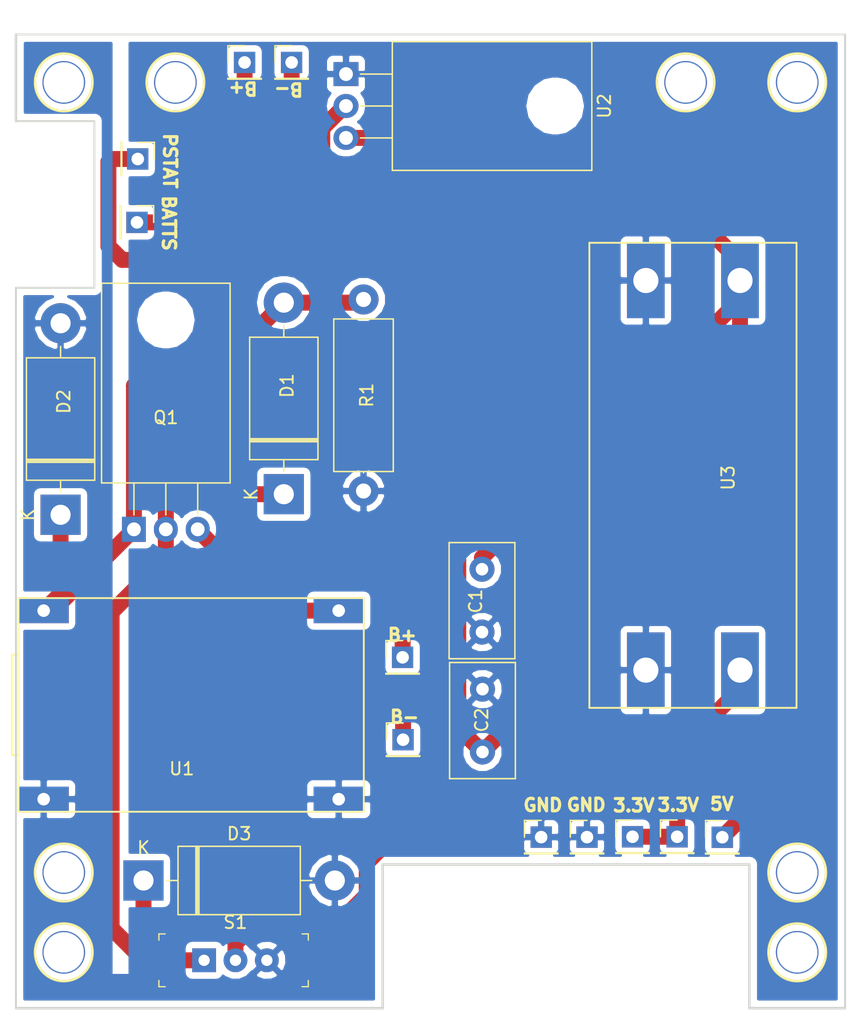
<source format=kicad_pcb>
(kicad_pcb (version 20171130) (host pcbnew 5.0.2+dfsg1-1)

  (general
    (thickness 1.6)
    (drawings 31)
    (tracks 109)
    (zones 0)
    (modules 22)
    (nets 10)
  )

  (page A4)
  (layers
    (0 F.Cu signal)
    (31 B.Cu signal)
    (32 B.Adhes user)
    (33 F.Adhes user)
    (34 B.Paste user)
    (35 F.Paste user)
    (36 B.SilkS user)
    (37 F.SilkS user)
    (38 B.Mask user)
    (39 F.Mask user)
    (40 Dwgs.User user)
    (41 Cmts.User user)
    (42 Eco1.User user)
    (43 Eco2.User user)
    (44 Edge.Cuts user)
    (45 Margin user)
    (46 B.CrtYd user)
    (47 F.CrtYd user)
    (48 B.Fab user)
    (49 F.Fab user)
  )

  (setup
    (last_trace_width 0.254)
    (user_trace_width 0.254)
    (user_trace_width 0.635)
    (user_trace_width 1.27)
    (trace_clearance 0.254)
    (zone_clearance 0.508)
    (zone_45_only no)
    (trace_min 0.254)
    (segment_width 0.2)
    (edge_width 0.15)
    (via_size 0.45)
    (via_drill 0.2)
    (via_min_size 0.45)
    (via_min_drill 0.2)
    (user_via 0.508 0.254)
    (user_via 1.27 0.635)
    (user_via 2.54 0.635)
    (uvia_size 0.3)
    (uvia_drill 0.1)
    (uvias_allowed no)
    (uvia_min_size 0.2)
    (uvia_min_drill 0.1)
    (pcb_text_width 0.3)
    (pcb_text_size 1.5 1.5)
    (mod_edge_width 0.15)
    (mod_text_size 1 1)
    (mod_text_width 0.15)
    (pad_size 1.524 1.524)
    (pad_drill 0.762)
    (pad_to_mask_clearance 0.051)
    (solder_mask_min_width 0.25)
    (aux_axis_origin 0 0)
    (visible_elements 7FFFFFFF)
    (pcbplotparams
      (layerselection 0x010fc_ffffffff)
      (usegerberextensions false)
      (usegerberattributes false)
      (usegerberadvancedattributes false)
      (creategerberjobfile false)
      (excludeedgelayer true)
      (linewidth 0.100000)
      (plotframeref false)
      (viasonmask false)
      (mode 1)
      (useauxorigin false)
      (hpglpennumber 1)
      (hpglpenspeed 20)
      (hpglpendiameter 15.000000)
      (psnegative false)
      (psa4output false)
      (plotreference true)
      (plotvalue true)
      (plotinvisibletext false)
      (padsonsilk false)
      (subtractmaskfromsilk false)
      (outputformat 1)
      (mirror false)
      (drillshape 0)
      (scaleselection 1)
      (outputdirectory "Gerbers/"))
  )

  (net 0 "")
  (net 1 GND)
  (net 2 +5V)
  (net 3 +3V3)
  (net 4 "Net-(D1-Pad1)")
  (net 5 VCC)
  (net 6 "Net-(Q1-Pad3)")
  (net 7 "Net-(S1-Pad2)")
  (net 8 "Net-(J10-Pad1)")
  (net 9 "Net-(J11-Pad1)")

  (net_class Default "Esta es la clase de red por defecto."
    (clearance 0.254)
    (trace_width 0.254)
    (via_dia 0.45)
    (via_drill 0.2)
    (uvia_dia 0.3)
    (uvia_drill 0.1)
    (diff_pair_gap 0.254)
    (diff_pair_width 0.254)
    (add_net +3V3)
    (add_net +5V)
    (add_net GND)
    (add_net "Net-(D1-Pad1)")
    (add_net "Net-(J10-Pad1)")
    (add_net "Net-(J11-Pad1)")
    (add_net "Net-(Q1-Pad3)")
    (add_net "Net-(S1-Pad2)")
    (add_net VCC)
  )

  (module Encoder:Mt3608 (layer F.Cu) (tedit 5C57A946) (tstamp 5C3415ED)
    (at 144.0942 105.4227 90)
    (path /5C345A5C)
    (fp_text reference U3 (at 0.3 2.8 90) (layer F.SilkS)
      (effects (font (size 1 1) (thickness 0.15)))
    )
    (fp_text value MT3608A (at 0.1 -3.5 90) (layer F.Fab)
      (effects (font (size 1 1) (thickness 0.15)))
    )
    (fp_line (start 19 8.25) (end 19 -8.25) (layer F.SilkS) (width 0.15))
    (fp_line (start -18 8.25) (end -18 -8.25) (layer F.SilkS) (width 0.15))
    (fp_line (start -18 8.25) (end 19 8.25) (layer F.SilkS) (width 0.15))
    (fp_line (start -18 -8.25) (end 19 -8.25) (layer F.SilkS) (width 0.15))
    (pad 3 thru_hole rect (at 16 3.75 90) (size 6 3) (drill 2) (layers *.Cu *.Mask)
      (net 2 +5V))
    (pad 4 thru_hole rect (at 16 -3.75 90) (size 6 3) (drill 2) (layers *.Cu *.Mask)
      (net 1 GND))
    (pad 1 thru_hole rect (at -15 3.75 90) (size 6 3) (drill 2) (layers *.Cu *.Mask)
      (net 7 "Net-(S1-Pad2)"))
    (pad 2 thru_hole rect (at -15 -3.75 90) (size 6 3) (drill 2) (layers *.Cu *.Mask)
      (net 1 GND))
    (model ${KIPRJMOD}/../FootPrints/3DModels/VoltageRegulator/MT3608-Module.stp
      (offset (xyz -4.190999937057495 5.714999914169312 1.904999971389771))
      (scale (xyz 1 1 1))
      (rotate (xyz 0 0 0))
    )
  )

  (module Encoder:03962A (layer F.Cu) (tedit 5C579D95) (tstamp 5C4B17DB)
    (at 103.378 123.19)
    (path /5C345817)
    (fp_text reference U1 (at 0 5.08) (layer F.SilkS)
      (effects (font (size 1 1) (thickness 0.15)))
    )
    (fp_text value 03962A (at 0 -4.826) (layer F.Fab)
      (effects (font (size 1 1) (thickness 0.15)))
    )
    (fp_line (start 14.5 -8.5) (end 14.5 8.5) (layer F.SilkS) (width 0.15))
    (fp_line (start -13 -8.5) (end -13 8.5) (layer F.SilkS) (width 0.15))
    (fp_line (start -13 8.5) (end 14.5 8.5) (layer F.SilkS) (width 0.15))
    (fp_line (start -13 -8.5) (end 14.5 -8.5) (layer F.SilkS) (width 0.15))
    (fp_line (start -13 4) (end -13.5 4) (layer F.SilkS) (width 0.15))
    (fp_line (start -13.5 4) (end -13.5 -4) (layer F.SilkS) (width 0.15))
    (fp_line (start -13.5 -4) (end -13 -4) (layer F.SilkS) (width 0.15))
    (pad 2 thru_hole rect (at -11 7.5) (size 4 2) (drill 1) (layers *.Cu *.Mask)
      (net 1 GND))
    (pad 1 thru_hole rect (at -11 -7.5) (size 4 2) (drill 1) (layers *.Cu *.Mask)
      (net 5 VCC))
    (pad 6 thru_hole rect (at 12.5 7.5) (size 4 2) (drill 1) (layers *.Cu *.Mask)
      (net 1 GND))
    (pad 5 thru_hole rect (at 12.5 -7.5) (size 4 2) (drill 1) (layers *.Cu *.Mask)
      (net 6 "Net-(Q1-Pad3)"))
    (model ${KIPRJMOD}/../FootPrints/3DModels/BatteryCharger/TP4056-Protect.stp
      (offset (xyz -6.984999895095826 4.444999933242798 -2.539999961853027))
      (scale (xyz 1 1 1))
      (rotate (xyz -90 0 90))
    )
  )

  (module Encoder:C_Disc_D9.0mm_W5.0mm_P5.00mm (layer F.Cu) (tedit 5C285519) (tstamp 5C4B16E2)
    (at 127.2921 112.395 270)
    (descr "C, Disc series, Radial, pin pitch=5.00mm, , diameter*width=9*5.0mm^2, Capacitor, http://www.vishay.com/docs/28535/vy2series.pdf")
    (tags "C Disc series Radial pin pitch 5.00mm  diameter 9mm width 5.0mm Capacitor")
    (path /5C32FF3C)
    (fp_text reference C1 (at 2.54 0.508 270) (layer F.SilkS)
      (effects (font (size 1 1) (thickness 0.15)))
    )
    (fp_text value 100nF (at 2.5 3.75 270) (layer F.Fab)
      (effects (font (size 1 1) (thickness 0.15)))
    )
    (fp_line (start -2 -2.5) (end -2 2.5) (layer F.Fab) (width 0.1))
    (fp_line (start -2 2.5) (end 7 2.5) (layer F.Fab) (width 0.1))
    (fp_line (start 7 2.5) (end 7 -2.5) (layer F.Fab) (width 0.1))
    (fp_line (start 7 -2.5) (end -2 -2.5) (layer F.Fab) (width 0.1))
    (fp_line (start -2.12 -2.62) (end 7.12 -2.62) (layer F.SilkS) (width 0.12))
    (fp_line (start -2.12 2.62) (end 7.12 2.62) (layer F.SilkS) (width 0.12))
    (fp_line (start -2.12 -2.62) (end -2.12 2.62) (layer F.SilkS) (width 0.12))
    (fp_line (start 7.12 -2.62) (end 7.12 2.62) (layer F.SilkS) (width 0.12))
    (fp_line (start -2.25 -2.75) (end -2.25 2.75) (layer F.CrtYd) (width 0.05))
    (fp_line (start -2.25 2.75) (end 7.25 2.75) (layer F.CrtYd) (width 0.05))
    (fp_line (start 7.25 2.75) (end 7.25 -2.75) (layer F.CrtYd) (width 0.05))
    (fp_line (start 7.25 -2.75) (end -2.25 -2.75) (layer F.CrtYd) (width 0.05))
    (fp_text user %R (at 2.5 0) (layer F.Fab)
      (effects (font (size 1 1) (thickness 0.15)))
    )
    (pad 1 thru_hole circle (at 0 0 270) (size 2 2) (drill 1) (layers *.Cu *.Mask)
      (net 2 +5V))
    (pad 2 thru_hole circle (at 5 0 270) (size 2 2) (drill 1) (layers *.Cu *.Mask)
      (net 1 GND))
    (model ${KISYS3DMOD}/Capacitor_THT.3dshapes/C_Disc_D9.0mm_W5.0mm_P5.00mm.wrl
      (at (xyz 0 0 0))
      (scale (xyz 1 1 1))
      (rotate (xyz 0 0 0))
    )
    (model "${KIPRJMOD}/../FootPrints/3DModels/Capacitors/Ceramic Cap, 5mm lead spacing, 4mm width, and 5.5mm tall, v4.step"
      (offset (xyz 0.5 1.15 1))
      (scale (xyz 1 1 1))
      (rotate (xyz -90 0 0))
    )
  )

  (module Encoder:C_Disc_D9.0mm_W5.0mm_P5.00mm (layer F.Cu) (tedit 5C285519) (tstamp 5C665F14)
    (at 127.3302 126.9365 90)
    (descr "C, Disc series, Radial, pin pitch=5.00mm, , diameter*width=9*5.0mm^2, Capacitor, http://www.vishay.com/docs/28535/vy2series.pdf")
    (tags "C Disc series Radial pin pitch 5.00mm  diameter 9mm width 5.0mm Capacitor")
    (path /5C330348)
    (fp_text reference C2 (at 2.54 -0.0635 90) (layer F.SilkS)
      (effects (font (size 1 1) (thickness 0.15)))
    )
    (fp_text value 10uF (at 2.5 3.75 90) (layer F.Fab)
      (effects (font (size 1 1) (thickness 0.15)))
    )
    (fp_line (start -2 -2.5) (end -2 2.5) (layer F.Fab) (width 0.1))
    (fp_line (start -2 2.5) (end 7 2.5) (layer F.Fab) (width 0.1))
    (fp_line (start 7 2.5) (end 7 -2.5) (layer F.Fab) (width 0.1))
    (fp_line (start 7 -2.5) (end -2 -2.5) (layer F.Fab) (width 0.1))
    (fp_line (start -2.12 -2.62) (end 7.12 -2.62) (layer F.SilkS) (width 0.12))
    (fp_line (start -2.12 2.62) (end 7.12 2.62) (layer F.SilkS) (width 0.12))
    (fp_line (start -2.12 -2.62) (end -2.12 2.62) (layer F.SilkS) (width 0.12))
    (fp_line (start 7.12 -2.62) (end 7.12 2.62) (layer F.SilkS) (width 0.12))
    (fp_line (start -2.25 -2.75) (end -2.25 2.75) (layer F.CrtYd) (width 0.05))
    (fp_line (start -2.25 2.75) (end 7.25 2.75) (layer F.CrtYd) (width 0.05))
    (fp_line (start 7.25 2.75) (end 7.25 -2.75) (layer F.CrtYd) (width 0.05))
    (fp_line (start 7.25 -2.75) (end -2.25 -2.75) (layer F.CrtYd) (width 0.05))
    (fp_text user %R (at 2.5 0 90) (layer F.Fab)
      (effects (font (size 1 1) (thickness 0.15)))
    )
    (pad 1 thru_hole circle (at 0 0 90) (size 2 2) (drill 1) (layers *.Cu *.Mask)
      (net 3 +3V3))
    (pad 2 thru_hole circle (at 5 0 90) (size 2 2) (drill 1) (layers *.Cu *.Mask)
      (net 1 GND))
    (model ${KISYS3DMOD}/Capacitor_THT.3dshapes/C_Disc_D9.0mm_W5.0mm_P5.00mm.wrl
      (at (xyz 0 0 0))
      (scale (xyz 1 1 1))
      (rotate (xyz 0 0 0))
    )
    (model "${KIPRJMOD}/../FootPrints/3DModels/Capacitors/Ceramic Cap, 5mm lead spacing, 4mm width, and 5.5mm tall, v4.step"
      (offset (xyz 0.5 1.15 1))
      (scale (xyz 1 1 1))
      (rotate (xyz -90 0 0))
    )
  )

  (module Encoder:D_DO-201AD_P15.24mm_Horizontal (layer F.Cu) (tedit 5C340019) (tstamp 5C34059F)
    (at 111.506 106.426 90)
    (descr "Diode, DO-201AD series, Axial, Horizontal, pin pitch=15.24mm, , length*diameter=9.5*5.2mm^2, , http://www.diodes.com/_files/packages/DO-201AD.pdf")
    (tags "Diode DO-201AD series Axial Horizontal pin pitch 15.24mm  length 9.5mm diameter 5.2mm")
    (path /5C345BC9)
    (fp_text reference D1 (at 8.636 0.254 90) (layer F.SilkS)
      (effects (font (size 1 1) (thickness 0.15)))
    )
    (fp_text value D_Schottky (at 7.62 3.72 90) (layer F.Fab)
      (effects (font (size 1 1) (thickness 0.15)))
    )
    (fp_text user K (at 0 -2.6 90) (layer F.SilkS)
      (effects (font (size 1 1) (thickness 0.15)))
    )
    (fp_text user K (at 0 -2.6 90) (layer F.Fab)
      (effects (font (size 1 1) (thickness 0.15)))
    )
    (fp_text user %R (at 8.3325 0 90) (layer F.Fab)
      (effects (font (size 1 1) (thickness 0.15)))
    )
    (fp_line (start 17.09 -2.85) (end -1.85 -2.85) (layer F.CrtYd) (width 0.05))
    (fp_line (start 17.09 2.85) (end 17.09 -2.85) (layer F.CrtYd) (width 0.05))
    (fp_line (start -1.85 2.85) (end 17.09 2.85) (layer F.CrtYd) (width 0.05))
    (fp_line (start -1.85 -2.85) (end -1.85 2.85) (layer F.CrtYd) (width 0.05))
    (fp_line (start 4.175 -2.72) (end 4.175 2.72) (layer F.SilkS) (width 0.12))
    (fp_line (start 4.415 -2.72) (end 4.415 2.72) (layer F.SilkS) (width 0.12))
    (fp_line (start 4.295 -2.72) (end 4.295 2.72) (layer F.SilkS) (width 0.12))
    (fp_line (start 13.4 0) (end 12.49 0) (layer F.SilkS) (width 0.12))
    (fp_line (start 1.84 0) (end 2.75 0) (layer F.SilkS) (width 0.12))
    (fp_line (start 12.49 -2.72) (end 2.75 -2.72) (layer F.SilkS) (width 0.12))
    (fp_line (start 12.49 2.72) (end 12.49 -2.72) (layer F.SilkS) (width 0.12))
    (fp_line (start 2.75 2.72) (end 12.49 2.72) (layer F.SilkS) (width 0.12))
    (fp_line (start 2.75 -2.72) (end 2.75 2.72) (layer F.SilkS) (width 0.12))
    (fp_line (start 4.195 -2.6) (end 4.195 2.6) (layer F.Fab) (width 0.1))
    (fp_line (start 4.395 -2.6) (end 4.395 2.6) (layer F.Fab) (width 0.1))
    (fp_line (start 4.295 -2.6) (end 4.295 2.6) (layer F.Fab) (width 0.1))
    (fp_line (start 15.24 0) (end 12.37 0) (layer F.Fab) (width 0.1))
    (fp_line (start 0 0) (end 2.87 0) (layer F.Fab) (width 0.1))
    (fp_line (start 12.37 -2.6) (end 2.87 -2.6) (layer F.Fab) (width 0.1))
    (fp_line (start 12.37 2.6) (end 12.37 -2.6) (layer F.Fab) (width 0.1))
    (fp_line (start 2.87 2.6) (end 12.37 2.6) (layer F.Fab) (width 0.1))
    (fp_line (start 2.87 -2.6) (end 2.87 2.6) (layer F.Fab) (width 0.1))
    (pad 2 thru_hole oval (at 15.24 0 90) (size 3.2 3.2) (drill 1.6) (layers *.Cu *.Mask)
      (net 5 VCC))
    (pad 1 thru_hole rect (at 0 0 90) (size 3.2 3.2) (drill 1.6) (layers *.Cu *.Mask)
      (net 4 "Net-(D1-Pad1)"))
    (model ${KISYS3DMOD}/Diode_THT.3dshapes/D_DO-201AD_P15.24mm_Horizontal.wrl
      (at (xyz 0 0 0))
      (scale (xyz 1 1 1))
      (rotate (xyz 0 0 0))
    )
    (model "${KIPRJMOD}/../FootPrints/3DModels/DO201AD/User Library-DO-201AD.STEP"
      (offset (xyz 15.23999977111816 0 -1.904999971389771))
      (scale (xyz 1 1 1))
      (rotate (xyz 0 0 -180))
    )
  )

  (module Encoder:PinHeader_1x01_P2.54mm_Vertical (layer F.Cu) (tedit 5C663C58) (tstamp 5C4B1729)
    (at 142.8369 133.6802)
    (descr "Through hole straight pin header, 1x01, 2.54mm pitch, single row")
    (tags "Through hole pin header THT 1x01 2.54mm single row")
    (path /5C333E3A)
    (fp_text reference J1 (at 0 -2.33) (layer F.SilkS) hide
      (effects (font (size 1 1) (thickness 0.15)))
    )
    (fp_text value Conn_01x01_Male (at 0 2.33) (layer F.Fab)
      (effects (font (size 1 1) (thickness 0.15)))
    )
    (fp_text user %R (at 0 0 90) (layer F.Fab)
      (effects (font (size 1 1) (thickness 0.15)))
    )
    (fp_line (start 1.8 -1.8) (end -1.8 -1.8) (layer F.CrtYd) (width 0.05))
    (fp_line (start 1.8 1.8) (end 1.8 -1.8) (layer F.CrtYd) (width 0.05))
    (fp_line (start -1.8 1.8) (end 1.8 1.8) (layer F.CrtYd) (width 0.05))
    (fp_line (start -1.8 -1.8) (end -1.8 1.8) (layer F.CrtYd) (width 0.05))
    (fp_line (start -1.33 -1.33) (end 0 -1.33) (layer F.SilkS) (width 0.12))
    (fp_line (start -1.33 0) (end -1.33 -1.33) (layer F.SilkS) (width 0.12))
    (fp_line (start -1.33 1.27) (end 1.33 1.27) (layer F.SilkS) (width 0.12))
    (fp_line (start 1.33 1.27) (end 1.33 1.33) (layer F.SilkS) (width 0.12))
    (fp_line (start -1.33 1.27) (end -1.33 1.33) (layer F.SilkS) (width 0.12))
    (fp_line (start -1.33 1.33) (end 1.33 1.33) (layer F.SilkS) (width 0.12))
    (fp_line (start -1.27 -0.635) (end -0.635 -1.27) (layer F.Fab) (width 0.1))
    (fp_line (start -1.27 1.27) (end -1.27 -0.635) (layer F.Fab) (width 0.1))
    (fp_line (start 1.27 1.27) (end -1.27 1.27) (layer F.Fab) (width 0.1))
    (fp_line (start 1.27 -1.27) (end 1.27 1.27) (layer F.Fab) (width 0.1))
    (fp_line (start -0.635 -1.27) (end 1.27 -1.27) (layer F.Fab) (width 0.1))
    (pad 1 thru_hole rect (at 0 0) (size 1.7 1.7) (drill 1) (layers *.Cu *.Mask)
      (net 3 +3V3))
    (model ${KISYS3DMOD}/Connector_PinHeader_2.54mm.3dshapes/PinHeader_1x01_P2.54mm_Vertical.wrl
      (at (xyz 0 0 0))
      (scale (xyz 1 1 1))
      (rotate (xyz 0 0 0))
    )
    (model "${KIPRJMOD}/../FootPrints/3DModels/Connectors/Pin Header 1x1 TH Pitch 2.54mm.stp"
      (at (xyz 0 0 0))
      (scale (xyz 1 1 1))
      (rotate (xyz 0 0 0))
    )
  )

  (module Encoder:PinHeader_1x01_P2.54mm_Vertical (layer F.Cu) (tedit 5C663C53) (tstamp 5C4B173E)
    (at 139.2809 133.6802)
    (descr "Through hole straight pin header, 1x01, 2.54mm pitch, single row")
    (tags "Through hole pin header THT 1x01 2.54mm single row")
    (path /5C334249)
    (fp_text reference J2 (at 0 -2.33) (layer F.SilkS) hide
      (effects (font (size 1 1) (thickness 0.15)))
    )
    (fp_text value Conn_01x01_Male (at 0 2.33) (layer F.Fab)
      (effects (font (size 1 1) (thickness 0.15)))
    )
    (fp_text user %R (at 0 0 90) (layer F.Fab)
      (effects (font (size 1 1) (thickness 0.15)))
    )
    (fp_line (start 1.8 -1.8) (end -1.8 -1.8) (layer F.CrtYd) (width 0.05))
    (fp_line (start 1.8 1.8) (end 1.8 -1.8) (layer F.CrtYd) (width 0.05))
    (fp_line (start -1.8 1.8) (end 1.8 1.8) (layer F.CrtYd) (width 0.05))
    (fp_line (start -1.8 -1.8) (end -1.8 1.8) (layer F.CrtYd) (width 0.05))
    (fp_line (start -1.33 -1.33) (end 0 -1.33) (layer F.SilkS) (width 0.12))
    (fp_line (start -1.33 0) (end -1.33 -1.33) (layer F.SilkS) (width 0.12))
    (fp_line (start -1.33 1.27) (end 1.33 1.27) (layer F.SilkS) (width 0.12))
    (fp_line (start 1.33 1.27) (end 1.33 1.33) (layer F.SilkS) (width 0.12))
    (fp_line (start -1.33 1.27) (end -1.33 1.33) (layer F.SilkS) (width 0.12))
    (fp_line (start -1.33 1.33) (end 1.33 1.33) (layer F.SilkS) (width 0.12))
    (fp_line (start -1.27 -0.635) (end -0.635 -1.27) (layer F.Fab) (width 0.1))
    (fp_line (start -1.27 1.27) (end -1.27 -0.635) (layer F.Fab) (width 0.1))
    (fp_line (start 1.27 1.27) (end -1.27 1.27) (layer F.Fab) (width 0.1))
    (fp_line (start 1.27 -1.27) (end 1.27 1.27) (layer F.Fab) (width 0.1))
    (fp_line (start -0.635 -1.27) (end 1.27 -1.27) (layer F.Fab) (width 0.1))
    (pad 1 thru_hole rect (at 0 0) (size 1.7 1.7) (drill 1) (layers *.Cu *.Mask)
      (net 3 +3V3))
    (model ${KISYS3DMOD}/Connector_PinHeader_2.54mm.3dshapes/PinHeader_1x01_P2.54mm_Vertical.wrl
      (at (xyz 0 0 0))
      (scale (xyz 1 1 1))
      (rotate (xyz 0 0 0))
    )
    (model "${KIPRJMOD}/../FootPrints/3DModels/Connectors/Pin Header 1x1 TH Pitch 2.54mm.stp"
      (at (xyz 0 0 0))
      (scale (xyz 1 1 1))
      (rotate (xyz 0 0 0))
    )
  )

  (module Encoder:PinHeader_1x01_P2.54mm_Vertical (layer F.Cu) (tedit 5C663C50) (tstamp 5C664858)
    (at 146.431 133.7183)
    (descr "Through hole straight pin header, 1x01, 2.54mm pitch, single row")
    (tags "Through hole pin header THT 1x01 2.54mm single row")
    (path /5C32DA3D)
    (fp_text reference J3 (at 0 -2.33) (layer F.SilkS) hide
      (effects (font (size 1 1) (thickness 0.15)))
    )
    (fp_text value Conn_01x01_Male (at 0 2.33) (layer F.Fab)
      (effects (font (size 1 1) (thickness 0.15)))
    )
    (fp_text user %R (at 0 0 90) (layer F.Fab)
      (effects (font (size 1 1) (thickness 0.15)))
    )
    (fp_line (start 1.8 -1.8) (end -1.8 -1.8) (layer F.CrtYd) (width 0.05))
    (fp_line (start 1.8 1.8) (end 1.8 -1.8) (layer F.CrtYd) (width 0.05))
    (fp_line (start -1.8 1.8) (end 1.8 1.8) (layer F.CrtYd) (width 0.05))
    (fp_line (start -1.8 -1.8) (end -1.8 1.8) (layer F.CrtYd) (width 0.05))
    (fp_line (start -1.33 -1.33) (end 0 -1.33) (layer F.SilkS) (width 0.12))
    (fp_line (start -1.33 0) (end -1.33 -1.33) (layer F.SilkS) (width 0.12))
    (fp_line (start -1.33 1.27) (end 1.33 1.27) (layer F.SilkS) (width 0.12))
    (fp_line (start 1.33 1.27) (end 1.33 1.33) (layer F.SilkS) (width 0.12))
    (fp_line (start -1.33 1.27) (end -1.33 1.33) (layer F.SilkS) (width 0.12))
    (fp_line (start -1.33 1.33) (end 1.33 1.33) (layer F.SilkS) (width 0.12))
    (fp_line (start -1.27 -0.635) (end -0.635 -1.27) (layer F.Fab) (width 0.1))
    (fp_line (start -1.27 1.27) (end -1.27 -0.635) (layer F.Fab) (width 0.1))
    (fp_line (start 1.27 1.27) (end -1.27 1.27) (layer F.Fab) (width 0.1))
    (fp_line (start 1.27 -1.27) (end 1.27 1.27) (layer F.Fab) (width 0.1))
    (fp_line (start -0.635 -1.27) (end 1.27 -1.27) (layer F.Fab) (width 0.1))
    (pad 1 thru_hole rect (at 0 0) (size 1.7 1.7) (drill 1) (layers *.Cu *.Mask)
      (net 2 +5V))
    (model ${KISYS3DMOD}/Connector_PinHeader_2.54mm.3dshapes/PinHeader_1x01_P2.54mm_Vertical.wrl
      (at (xyz 0 0 0))
      (scale (xyz 1 1 1))
      (rotate (xyz 0 0 0))
    )
    (model "${KIPRJMOD}/../FootPrints/3DModels/Connectors/Pin Header 1x1 TH Pitch 2.54mm.stp"
      (at (xyz 0 0 0))
      (scale (xyz 1 1 1))
      (rotate (xyz 0 0 0))
    )
  )

  (module Encoder:PinHeader_1x01_P2.54mm_Vertical (layer F.Cu) (tedit 5C663C48) (tstamp 5C4B1768)
    (at 132.005101 133.709401)
    (descr "Through hole straight pin header, 1x01, 2.54mm pitch, single row")
    (tags "Through hole pin header THT 1x01 2.54mm single row")
    (path /5C32DB0E)
    (fp_text reference J4 (at 0 -2.33) (layer F.SilkS) hide
      (effects (font (size 1 1) (thickness 0.15)))
    )
    (fp_text value Conn_01x01_Male (at 0 2.33) (layer F.Fab)
      (effects (font (size 1 1) (thickness 0.15)))
    )
    (fp_text user %R (at 0 0 90) (layer F.Fab)
      (effects (font (size 1 1) (thickness 0.15)))
    )
    (fp_line (start 1.8 -1.8) (end -1.8 -1.8) (layer F.CrtYd) (width 0.05))
    (fp_line (start 1.8 1.8) (end 1.8 -1.8) (layer F.CrtYd) (width 0.05))
    (fp_line (start -1.8 1.8) (end 1.8 1.8) (layer F.CrtYd) (width 0.05))
    (fp_line (start -1.8 -1.8) (end -1.8 1.8) (layer F.CrtYd) (width 0.05))
    (fp_line (start -1.33 -1.33) (end 0 -1.33) (layer F.SilkS) (width 0.12))
    (fp_line (start -1.33 0) (end -1.33 -1.33) (layer F.SilkS) (width 0.12))
    (fp_line (start -1.33 1.27) (end 1.33 1.27) (layer F.SilkS) (width 0.12))
    (fp_line (start 1.33 1.27) (end 1.33 1.33) (layer F.SilkS) (width 0.12))
    (fp_line (start -1.33 1.27) (end -1.33 1.33) (layer F.SilkS) (width 0.12))
    (fp_line (start -1.33 1.33) (end 1.33 1.33) (layer F.SilkS) (width 0.12))
    (fp_line (start -1.27 -0.635) (end -0.635 -1.27) (layer F.Fab) (width 0.1))
    (fp_line (start -1.27 1.27) (end -1.27 -0.635) (layer F.Fab) (width 0.1))
    (fp_line (start 1.27 1.27) (end -1.27 1.27) (layer F.Fab) (width 0.1))
    (fp_line (start 1.27 -1.27) (end 1.27 1.27) (layer F.Fab) (width 0.1))
    (fp_line (start -0.635 -1.27) (end 1.27 -1.27) (layer F.Fab) (width 0.1))
    (pad 1 thru_hole rect (at 0 0) (size 1.7 1.7) (drill 1) (layers *.Cu *.Mask)
      (net 1 GND))
    (model ${KISYS3DMOD}/Connector_PinHeader_2.54mm.3dshapes/PinHeader_1x01_P2.54mm_Vertical.wrl
      (at (xyz 0 0 0))
      (scale (xyz 1 1 1))
      (rotate (xyz 0 0 0))
    )
    (model "${KIPRJMOD}/../FootPrints/3DModels/Connectors/Pin Header 1x1 TH Pitch 2.54mm.stp"
      (at (xyz 0 0 0))
      (scale (xyz 1 1 1))
      (rotate (xyz 0 0 0))
    )
  )

  (module Encoder:PinHeader_1x01_P2.54mm_Vertical (layer F.Cu) (tedit 5C663C4B) (tstamp 5C4B177D)
    (at 135.655101 133.709401)
    (descr "Through hole straight pin header, 1x01, 2.54mm pitch, single row")
    (tags "Through hole pin header THT 1x01 2.54mm single row")
    (path /5C33C90B)
    (fp_text reference J5 (at 0 -2.33) (layer F.SilkS) hide
      (effects (font (size 1 1) (thickness 0.15)))
    )
    (fp_text value Conn_01x01_Male (at 0 2.33) (layer F.Fab)
      (effects (font (size 1 1) (thickness 0.15)))
    )
    (fp_text user %R (at 0 0 90) (layer F.Fab)
      (effects (font (size 1 1) (thickness 0.15)))
    )
    (fp_line (start 1.8 -1.8) (end -1.8 -1.8) (layer F.CrtYd) (width 0.05))
    (fp_line (start 1.8 1.8) (end 1.8 -1.8) (layer F.CrtYd) (width 0.05))
    (fp_line (start -1.8 1.8) (end 1.8 1.8) (layer F.CrtYd) (width 0.05))
    (fp_line (start -1.8 -1.8) (end -1.8 1.8) (layer F.CrtYd) (width 0.05))
    (fp_line (start -1.33 -1.33) (end 0 -1.33) (layer F.SilkS) (width 0.12))
    (fp_line (start -1.33 0) (end -1.33 -1.33) (layer F.SilkS) (width 0.12))
    (fp_line (start -1.33 1.27) (end 1.33 1.27) (layer F.SilkS) (width 0.12))
    (fp_line (start 1.33 1.27) (end 1.33 1.33) (layer F.SilkS) (width 0.12))
    (fp_line (start -1.33 1.27) (end -1.33 1.33) (layer F.SilkS) (width 0.12))
    (fp_line (start -1.33 1.33) (end 1.33 1.33) (layer F.SilkS) (width 0.12))
    (fp_line (start -1.27 -0.635) (end -0.635 -1.27) (layer F.Fab) (width 0.1))
    (fp_line (start -1.27 1.27) (end -1.27 -0.635) (layer F.Fab) (width 0.1))
    (fp_line (start 1.27 1.27) (end -1.27 1.27) (layer F.Fab) (width 0.1))
    (fp_line (start 1.27 -1.27) (end 1.27 1.27) (layer F.Fab) (width 0.1))
    (fp_line (start -0.635 -1.27) (end 1.27 -1.27) (layer F.Fab) (width 0.1))
    (pad 1 thru_hole rect (at 0 0) (size 1.7 1.7) (drill 1) (layers *.Cu *.Mask)
      (net 1 GND))
    (model ${KISYS3DMOD}/Connector_PinHeader_2.54mm.3dshapes/PinHeader_1x01_P2.54mm_Vertical.wrl
      (at (xyz 0 0 0))
      (scale (xyz 1 1 1))
      (rotate (xyz 0 0 0))
    )
    (model "${KIPRJMOD}/../FootPrints/3DModels/Connectors/Pin Header 1x1 TH Pitch 2.54mm.stp"
      (at (xyz 0 0 0))
      (scale (xyz 1 1 1))
      (rotate (xyz 0 0 0))
    )
  )

  (module Encoder:TO-220-3_Horizontal_TabDown (layer F.Cu) (tedit 5C318EE1) (tstamp 5C4B179D)
    (at 99.568 109.22)
    (descr "TO-220-3, Horizontal, RM 2.54mm, see https://www.vishay.com/docs/66542/to-220-1.pdf")
    (tags "TO-220-3 Horizontal RM 2.54mm")
    (path /5C345975)
    (fp_text reference Q1 (at 2.54 -8.89) (layer F.SilkS)
      (effects (font (size 1 1) (thickness 0.15)))
    )
    (fp_text value Q_PMOS_GDS (at 2.54 2) (layer F.Fab)
      (effects (font (size 1 1) (thickness 0.15)))
    )
    (fp_text user %R (at 2.54 -20.58) (layer F.Fab)
      (effects (font (size 1 1) (thickness 0.15)))
    )
    (fp_line (start 7.79 -19.71) (end -2.71 -19.71) (layer F.CrtYd) (width 0.05))
    (fp_line (start 7.79 1.25) (end 7.79 -19.71) (layer F.CrtYd) (width 0.05))
    (fp_line (start -2.71 1.25) (end 7.79 1.25) (layer F.CrtYd) (width 0.05))
    (fp_line (start -2.71 -19.71) (end -2.71 1.25) (layer F.CrtYd) (width 0.05))
    (fp_line (start 5.08 -3.69) (end 5.08 -1.15) (layer F.SilkS) (width 0.12))
    (fp_line (start 2.54 -3.69) (end 2.54 -1.15) (layer F.SilkS) (width 0.12))
    (fp_line (start 0 -3.69) (end 0 -1.15) (layer F.SilkS) (width 0.12))
    (fp_line (start 7.66 -19.58) (end 7.66 -3.69) (layer F.SilkS) (width 0.12))
    (fp_line (start -2.58 -19.58) (end -2.58 -3.69) (layer F.SilkS) (width 0.12))
    (fp_line (start -2.58 -19.58) (end 7.66 -19.58) (layer F.SilkS) (width 0.12))
    (fp_line (start -2.58 -3.69) (end 7.66 -3.69) (layer F.SilkS) (width 0.12))
    (fp_line (start 5.08 -3.81) (end 5.08 0) (layer F.Fab) (width 0.1))
    (fp_line (start 2.54 -3.81) (end 2.54 0) (layer F.Fab) (width 0.1))
    (fp_line (start 0 -3.81) (end 0 0) (layer F.Fab) (width 0.1))
    (fp_line (start 7.54 -3.81) (end -2.46 -3.81) (layer F.Fab) (width 0.1))
    (fp_line (start 7.54 -13.06) (end 7.54 -3.81) (layer F.Fab) (width 0.1))
    (fp_line (start -2.46 -13.06) (end 7.54 -13.06) (layer F.Fab) (width 0.1))
    (fp_line (start -2.46 -3.81) (end -2.46 -13.06) (layer F.Fab) (width 0.1))
    (fp_line (start 7.54 -13.06) (end -2.46 -13.06) (layer F.Fab) (width 0.1))
    (fp_line (start 7.54 -19.46) (end 7.54 -13.06) (layer F.Fab) (width 0.1))
    (fp_line (start -2.46 -19.46) (end 7.54 -19.46) (layer F.Fab) (width 0.1))
    (fp_line (start -2.46 -13.06) (end -2.46 -19.46) (layer F.Fab) (width 0.1))
    (fp_circle (center 2.54 -16.66) (end 4.39 -16.66) (layer F.Fab) (width 0.1))
    (pad 3 thru_hole oval (at 5.08 0) (size 1.905 2) (drill 1.1) (layers *.Cu *.Mask)
      (net 6 "Net-(Q1-Pad3)"))
    (pad 2 thru_hole oval (at 2.54 0) (size 1.905 2) (drill 1.1) (layers *.Cu *.Mask)
      (net 4 "Net-(D1-Pad1)"))
    (pad 1 thru_hole rect (at 0 0) (size 1.905 2) (drill 1.1) (layers *.Cu *.Mask)
      (net 5 VCC))
    (pad "" np_thru_hole oval (at 2.54 -16.66) (size 3.5 3.5) (drill 3.5) (layers *.Cu *.Mask))
    (model ${KISYS3DMOD}/Package_TO_SOT_THT.3dshapes/TO-220-3_Horizontal_TabDown.wrl
      (at (xyz 0 0 0))
      (scale (xyz 1 1 1))
      (rotate (xyz 0 0 0))
    )
    (model "/home/paul/CProjects/Encoder/Mechatronics/Hardware/Electrical/FootPrints/3DModels/TO-220/User Library-TO220-B-H PCB.STEP"
      (offset (xyz 2.539999961853027 0.9397999858856201 3.174999952316284))
      (scale (xyz 1 1 1))
      (rotate (xyz -90 0 180))
    )
  )

  (module Encoder:R_Axial_DIN0414_L11.9mm_D4.5mm_P15.24mm_Horizontal (layer F.Cu) (tedit 5C2855E3) (tstamp 5C4B17B4)
    (at 117.856 90.932 270)
    (descr "Resistor, Axial_DIN0414 series, Axial, Horizontal, pin pitch=15.24mm, 2W, length*diameter=11.9*4.5mm^2, http://www.vishay.com/docs/20128/wkxwrx.pdf")
    (tags "Resistor Axial_DIN0414 series Axial Horizontal pin pitch 15.24mm 2W length 11.9mm diameter 4.5mm")
    (path /5C345C89)
    (fp_text reference R1 (at 7.62 -0.254 270) (layer F.SilkS)
      (effects (font (size 1 1) (thickness 0.15)))
    )
    (fp_text value 10K (at 7.62 3.37 270) (layer F.Fab)
      (effects (font (size 1 1) (thickness 0.15)))
    )
    (fp_text user %R (at 7.62 0 270) (layer F.Fab)
      (effects (font (size 1 1) (thickness 0.15)))
    )
    (fp_line (start 16.69 -2.5) (end -1.45 -2.5) (layer F.CrtYd) (width 0.05))
    (fp_line (start 16.69 2.5) (end 16.69 -2.5) (layer F.CrtYd) (width 0.05))
    (fp_line (start -1.45 2.5) (end 16.69 2.5) (layer F.CrtYd) (width 0.05))
    (fp_line (start -1.45 -2.5) (end -1.45 2.5) (layer F.CrtYd) (width 0.05))
    (fp_line (start 13.8 0) (end 13.69 0) (layer F.SilkS) (width 0.12))
    (fp_line (start 1.44 0) (end 1.55 0) (layer F.SilkS) (width 0.12))
    (fp_line (start 13.69 -2.37) (end 1.55 -2.37) (layer F.SilkS) (width 0.12))
    (fp_line (start 13.69 2.37) (end 13.69 -2.37) (layer F.SilkS) (width 0.12))
    (fp_line (start 1.55 2.37) (end 13.69 2.37) (layer F.SilkS) (width 0.12))
    (fp_line (start 1.55 -2.37) (end 1.55 2.37) (layer F.SilkS) (width 0.12))
    (fp_line (start 15.24 0) (end 13.57 0) (layer F.Fab) (width 0.1))
    (fp_line (start 0 0) (end 1.67 0) (layer F.Fab) (width 0.1))
    (fp_line (start 13.57 -2.25) (end 1.67 -2.25) (layer F.Fab) (width 0.1))
    (fp_line (start 13.57 2.25) (end 13.57 -2.25) (layer F.Fab) (width 0.1))
    (fp_line (start 1.67 2.25) (end 13.57 2.25) (layer F.Fab) (width 0.1))
    (fp_line (start 1.67 -2.25) (end 1.67 2.25) (layer F.Fab) (width 0.1))
    (pad 2 thru_hole oval (at 15.24 0 270) (size 2.4 2.4) (drill 1.2) (layers *.Cu *.Mask)
      (net 1 GND))
    (pad 1 thru_hole circle (at 0 0 270) (size 2.4 2.4) (drill 1.2) (layers *.Cu *.Mask)
      (net 5 VCC))
    (model ${KISYS3DMOD}/Resistor_THT.3dshapes/R_Axial_DIN0414_L11.9mm_D4.5mm_P15.24mm_Horizontal.wrl
      (at (xyz 0 0 0))
      (scale (xyz 1 1 1))
      (rotate (xyz 0 0 0))
    )
    (model "${KIPRJMOD}/../FootPrints/3DModels/Resistance/User Library-Res60 1W SilCoat Master.STEP"
      (offset (xyz 7.5 0 0))
      (scale (xyz 1 1 1))
      (rotate (xyz 0 0 0))
    )
  )

  (module Encoder:TO-220-3_Horizontal_TabDown (layer F.Cu) (tedit 5C318EE1) (tstamp 5C4B17FB)
    (at 116.459 72.9996 270)
    (descr "TO-220-3, Horizontal, RM 2.54mm, see https://www.vishay.com/docs/66542/to-220-1.pdf")
    (tags "TO-220-3 Horizontal RM 2.54mm")
    (path /5C3412CA)
    (fp_text reference U2 (at 2.54 -20.58 270) (layer F.SilkS)
      (effects (font (size 1 1) (thickness 0.15)))
    )
    (fp_text value LD1117S33TR_SOT223 (at 2.54 2 270) (layer F.Fab)
      (effects (font (size 1 1) (thickness 0.15)))
    )
    (fp_text user %R (at 2.54 -20.58 270) (layer F.Fab)
      (effects (font (size 1 1) (thickness 0.15)))
    )
    (fp_line (start 7.79 -19.71) (end -2.71 -19.71) (layer F.CrtYd) (width 0.05))
    (fp_line (start 7.79 1.25) (end 7.79 -19.71) (layer F.CrtYd) (width 0.05))
    (fp_line (start -2.71 1.25) (end 7.79 1.25) (layer F.CrtYd) (width 0.05))
    (fp_line (start -2.71 -19.71) (end -2.71 1.25) (layer F.CrtYd) (width 0.05))
    (fp_line (start 5.08 -3.69) (end 5.08 -1.15) (layer F.SilkS) (width 0.12))
    (fp_line (start 2.54 -3.69) (end 2.54 -1.15) (layer F.SilkS) (width 0.12))
    (fp_line (start 0 -3.69) (end 0 -1.15) (layer F.SilkS) (width 0.12))
    (fp_line (start 7.66 -19.58) (end 7.66 -3.69) (layer F.SilkS) (width 0.12))
    (fp_line (start -2.58 -19.58) (end -2.58 -3.69) (layer F.SilkS) (width 0.12))
    (fp_line (start -2.58 -19.58) (end 7.66 -19.58) (layer F.SilkS) (width 0.12))
    (fp_line (start -2.58 -3.69) (end 7.66 -3.69) (layer F.SilkS) (width 0.12))
    (fp_line (start 5.08 -3.81) (end 5.08 0) (layer F.Fab) (width 0.1))
    (fp_line (start 2.54 -3.81) (end 2.54 0) (layer F.Fab) (width 0.1))
    (fp_line (start 0 -3.81) (end 0 0) (layer F.Fab) (width 0.1))
    (fp_line (start 7.54 -3.81) (end -2.46 -3.81) (layer F.Fab) (width 0.1))
    (fp_line (start 7.54 -13.06) (end 7.54 -3.81) (layer F.Fab) (width 0.1))
    (fp_line (start -2.46 -13.06) (end 7.54 -13.06) (layer F.Fab) (width 0.1))
    (fp_line (start -2.46 -3.81) (end -2.46 -13.06) (layer F.Fab) (width 0.1))
    (fp_line (start 7.54 -13.06) (end -2.46 -13.06) (layer F.Fab) (width 0.1))
    (fp_line (start 7.54 -19.46) (end 7.54 -13.06) (layer F.Fab) (width 0.1))
    (fp_line (start -2.46 -19.46) (end 7.54 -19.46) (layer F.Fab) (width 0.1))
    (fp_line (start -2.46 -13.06) (end -2.46 -19.46) (layer F.Fab) (width 0.1))
    (fp_circle (center 2.54 -16.66) (end 4.39 -16.66) (layer F.Fab) (width 0.1))
    (pad 3 thru_hole oval (at 5.08 0 270) (size 1.905 2) (drill 1.1) (layers *.Cu *.Mask)
      (net 2 +5V))
    (pad 2 thru_hole oval (at 2.54 0 270) (size 1.905 2) (drill 1.1) (layers *.Cu *.Mask)
      (net 3 +3V3))
    (pad 1 thru_hole rect (at 0 0 270) (size 1.905 2) (drill 1.1) (layers *.Cu *.Mask)
      (net 1 GND))
    (pad "" np_thru_hole oval (at 2.54 -16.66 270) (size 3.5 3.5) (drill 3.5) (layers *.Cu *.Mask))
    (model ${KISYS3DMOD}/Package_TO_SOT_THT.3dshapes/TO-220-3_Horizontal_TabDown.wrl
      (at (xyz 0 0 0))
      (scale (xyz 1 1 1))
      (rotate (xyz 0 0 0))
    )
    (model "/home/paul/CProjects/Encoder/Mechatronics/Hardware/Electrical/FootPrints/3DModels/TO-220/User Library-TO220-B-H PCB.STEP"
      (offset (xyz 2.539999961853027 0.9397999858856201 3.174999952316284))
      (scale (xyz 1 1 1))
      (rotate (xyz -90 0 180))
    )
  )

  (module Encoder:Switch_Slide_11.6x4mm_EG1218 (layer F.Cu) (tedit 5C32C68A) (tstamp 5C57AF40)
    (at 105.156 143.51)
    (descr http://spec_sheets.e-switch.com/specs/P040040.pdf)
    (path /5C32D155)
    (fp_text reference S1 (at 2.49 -3.02) (layer F.SilkS)
      (effects (font (size 1 1) (thickness 0.15)))
    )
    (fp_text value EG1218 (at 2.11 3.14) (layer F.Fab)
      (effects (font (size 1 1) (thickness 0.15)))
    )
    (fp_line (start -3.42 -2) (end 8.18 -2) (layer F.Fab) (width 0.1))
    (fp_line (start -3.42 2) (end -3.42 -2) (layer F.Fab) (width 0.1))
    (fp_line (start 8.18 2) (end 8.18 -2) (layer F.Fab) (width 0.1))
    (fp_line (start -3.42 2) (end 8.18 2) (layer F.Fab) (width 0.1))
    (fp_line (start 8.3 -2.1) (end 7.8 -2.1) (layer F.SilkS) (width 0.1))
    (fp_line (start 8.3 -2.1) (end 8.3 -1.6) (layer F.SilkS) (width 0.1))
    (fp_line (start -3.6 -2.1) (end -3.6 -1.6) (layer F.SilkS) (width 0.1))
    (fp_line (start -3.6 -2.1) (end -3.1 -2.1) (layer F.SilkS) (width 0.1))
    (fp_line (start -3.6 2.1) (end -3.6 1.6) (layer F.SilkS) (width 0.1))
    (fp_line (start -3.6 2.1) (end -3.1 2.1) (layer F.SilkS) (width 0.1))
    (fp_line (start 8.3 2.1) (end 8.3 1.6) (layer F.SilkS) (width 0.1))
    (fp_line (start 8.3 2.1) (end 7.8 2.1) (layer F.SilkS) (width 0.1))
    (fp_line (start -3.67 -2.25) (end 8.43 -2.25) (layer F.CrtYd) (width 0.05))
    (fp_line (start 8.43 2.25) (end 8.43 -2.25) (layer F.CrtYd) (width 0.05))
    (fp_line (start -3.67 2.25) (end 8.43 2.25) (layer F.CrtYd) (width 0.05))
    (fp_line (start -3.67 2.25) (end -3.67 -2.25) (layer F.CrtYd) (width 0.05))
    (fp_text user %R (at 2.5 0) (layer F.Fab)
      (effects (font (size 1 1) (thickness 0.15)))
    )
    (pad 3 thru_hole circle (at 5 0) (size 1.9 1.9) (drill 0.9) (layers *.Cu *.Mask)
      (net 1 GND))
    (pad 2 thru_hole circle (at 2.5 0) (size 1.9 1.9) (drill 0.9) (layers *.Cu *.Mask)
      (net 7 "Net-(S1-Pad2)"))
    (pad 1 thru_hole rect (at 0 0) (size 1.9 1.9) (drill 0.9) (layers *.Cu *.Mask)
      (net 4 "Net-(D1-Pad1)"))
    (model "${KIPRJMOD}/../FootPrints/3DModels/SlideSwitch/User Library-EG1218.STEP"
      (offset (xyz 2.539999961853027 0 0))
      (scale (xyz 1 1 1))
      (rotate (xyz 0 0 0))
    )
  )

  (module Encoder:D_DO-201AD_P15.24mm_Horizontal (layer F.Cu) (tedit 5C340019) (tstamp 5C72160B)
    (at 93.726 108.0643 90)
    (descr "Diode, DO-201AD series, Axial, Horizontal, pin pitch=15.24mm, , length*diameter=9.5*5.2mm^2, , http://www.diodes.com/_files/packages/DO-201AD.pdf")
    (tags "Diode DO-201AD series Axial Horizontal pin pitch 15.24mm  length 9.5mm diameter 5.2mm")
    (path /5C5BA5D5)
    (fp_text reference D2 (at 9.0043 0.254 90) (layer F.SilkS)
      (effects (font (size 1 1) (thickness 0.15)))
    )
    (fp_text value TVS (at 7.62 3.72 90) (layer F.Fab)
      (effects (font (size 1 1) (thickness 0.15)))
    )
    (fp_line (start 2.87 -2.6) (end 2.87 2.6) (layer F.Fab) (width 0.1))
    (fp_line (start 2.87 2.6) (end 12.37 2.6) (layer F.Fab) (width 0.1))
    (fp_line (start 12.37 2.6) (end 12.37 -2.6) (layer F.Fab) (width 0.1))
    (fp_line (start 12.37 -2.6) (end 2.87 -2.6) (layer F.Fab) (width 0.1))
    (fp_line (start 0 0) (end 2.87 0) (layer F.Fab) (width 0.1))
    (fp_line (start 15.24 0) (end 12.37 0) (layer F.Fab) (width 0.1))
    (fp_line (start 4.295 -2.6) (end 4.295 2.6) (layer F.Fab) (width 0.1))
    (fp_line (start 4.395 -2.6) (end 4.395 2.6) (layer F.Fab) (width 0.1))
    (fp_line (start 4.195 -2.6) (end 4.195 2.6) (layer F.Fab) (width 0.1))
    (fp_line (start 2.75 -2.72) (end 2.75 2.72) (layer F.SilkS) (width 0.12))
    (fp_line (start 2.75 2.72) (end 12.49 2.72) (layer F.SilkS) (width 0.12))
    (fp_line (start 12.49 2.72) (end 12.49 -2.72) (layer F.SilkS) (width 0.12))
    (fp_line (start 12.49 -2.72) (end 2.75 -2.72) (layer F.SilkS) (width 0.12))
    (fp_line (start 1.84 0) (end 2.75 0) (layer F.SilkS) (width 0.12))
    (fp_line (start 13.4 0) (end 12.49 0) (layer F.SilkS) (width 0.12))
    (fp_line (start 4.295 -2.72) (end 4.295 2.72) (layer F.SilkS) (width 0.12))
    (fp_line (start 4.415 -2.72) (end 4.415 2.72) (layer F.SilkS) (width 0.12))
    (fp_line (start 4.175 -2.72) (end 4.175 2.72) (layer F.SilkS) (width 0.12))
    (fp_line (start -1.85 -2.85) (end -1.85 2.85) (layer F.CrtYd) (width 0.05))
    (fp_line (start -1.85 2.85) (end 17.09 2.85) (layer F.CrtYd) (width 0.05))
    (fp_line (start 17.09 2.85) (end 17.09 -2.85) (layer F.CrtYd) (width 0.05))
    (fp_line (start 17.09 -2.85) (end -1.85 -2.85) (layer F.CrtYd) (width 0.05))
    (fp_text user %R (at 8.3325 0 90) (layer F.Fab)
      (effects (font (size 1 1) (thickness 0.15)))
    )
    (fp_text user K (at 0 -2.6 90) (layer F.Fab)
      (effects (font (size 1 1) (thickness 0.15)))
    )
    (fp_text user K (at 0 -2.6 90) (layer F.SilkS)
      (effects (font (size 1 1) (thickness 0.15)))
    )
    (pad 1 thru_hole rect (at 0 0 90) (size 3.2 3.2) (drill 1.6) (layers *.Cu *.Mask)
      (net 5 VCC))
    (pad 2 thru_hole oval (at 15.24 0 90) (size 3.2 3.2) (drill 1.6) (layers *.Cu *.Mask)
      (net 1 GND))
    (model ${KISYS3DMOD}/Diode_THT.3dshapes/D_DO-201AD_P15.24mm_Horizontal.wrl
      (at (xyz 0 0 0))
      (scale (xyz 1 1 1))
      (rotate (xyz 0 0 0))
    )
    (model "${KIPRJMOD}/../FootPrints/3DModels/DO201AD/User Library-DO-201AD.STEP"
      (offset (xyz 15.23999977111816 0 -1.904999971389771))
      (scale (xyz 1 1 1))
      (rotate (xyz 0 0 -180))
    )
  )

  (module Encoder:D_DO-201AD_P15.24mm_Horizontal (layer F.Cu) (tedit 5C340019) (tstamp 5C7218F7)
    (at 100.33 137.16)
    (descr "Diode, DO-201AD series, Axial, Horizontal, pin pitch=15.24mm, , length*diameter=9.5*5.2mm^2, , http://www.diodes.com/_files/packages/DO-201AD.pdf")
    (tags "Diode DO-201AD series Axial Horizontal pin pitch 15.24mm  length 9.5mm diameter 5.2mm")
    (path /5C6538D8)
    (fp_text reference D3 (at 7.62 -3.72) (layer F.SilkS)
      (effects (font (size 1 1) (thickness 0.15)))
    )
    (fp_text value TVS (at 7.62 3.72) (layer F.Fab)
      (effects (font (size 1 1) (thickness 0.15)))
    )
    (fp_text user K (at 0 -2.6) (layer F.SilkS)
      (effects (font (size 1 1) (thickness 0.15)))
    )
    (fp_text user K (at 0 -2.6) (layer F.Fab)
      (effects (font (size 1 1) (thickness 0.15)))
    )
    (fp_text user %R (at 8.3325 0) (layer F.Fab)
      (effects (font (size 1 1) (thickness 0.15)))
    )
    (fp_line (start 17.09 -2.85) (end -1.85 -2.85) (layer F.CrtYd) (width 0.05))
    (fp_line (start 17.09 2.85) (end 17.09 -2.85) (layer F.CrtYd) (width 0.05))
    (fp_line (start -1.85 2.85) (end 17.09 2.85) (layer F.CrtYd) (width 0.05))
    (fp_line (start -1.85 -2.85) (end -1.85 2.85) (layer F.CrtYd) (width 0.05))
    (fp_line (start 4.175 -2.72) (end 4.175 2.72) (layer F.SilkS) (width 0.12))
    (fp_line (start 4.415 -2.72) (end 4.415 2.72) (layer F.SilkS) (width 0.12))
    (fp_line (start 4.295 -2.72) (end 4.295 2.72) (layer F.SilkS) (width 0.12))
    (fp_line (start 13.4 0) (end 12.49 0) (layer F.SilkS) (width 0.12))
    (fp_line (start 1.84 0) (end 2.75 0) (layer F.SilkS) (width 0.12))
    (fp_line (start 12.49 -2.72) (end 2.75 -2.72) (layer F.SilkS) (width 0.12))
    (fp_line (start 12.49 2.72) (end 12.49 -2.72) (layer F.SilkS) (width 0.12))
    (fp_line (start 2.75 2.72) (end 12.49 2.72) (layer F.SilkS) (width 0.12))
    (fp_line (start 2.75 -2.72) (end 2.75 2.72) (layer F.SilkS) (width 0.12))
    (fp_line (start 4.195 -2.6) (end 4.195 2.6) (layer F.Fab) (width 0.1))
    (fp_line (start 4.395 -2.6) (end 4.395 2.6) (layer F.Fab) (width 0.1))
    (fp_line (start 4.295 -2.6) (end 4.295 2.6) (layer F.Fab) (width 0.1))
    (fp_line (start 15.24 0) (end 12.37 0) (layer F.Fab) (width 0.1))
    (fp_line (start 0 0) (end 2.87 0) (layer F.Fab) (width 0.1))
    (fp_line (start 12.37 -2.6) (end 2.87 -2.6) (layer F.Fab) (width 0.1))
    (fp_line (start 12.37 2.6) (end 12.37 -2.6) (layer F.Fab) (width 0.1))
    (fp_line (start 2.87 2.6) (end 12.37 2.6) (layer F.Fab) (width 0.1))
    (fp_line (start 2.87 -2.6) (end 2.87 2.6) (layer F.Fab) (width 0.1))
    (pad 2 thru_hole oval (at 15.24 0) (size 3.2 3.2) (drill 1.6) (layers *.Cu *.Mask)
      (net 1 GND))
    (pad 1 thru_hole rect (at 0 0) (size 3.2 3.2) (drill 1.6) (layers *.Cu *.Mask)
      (net 4 "Net-(D1-Pad1)"))
    (model ${KISYS3DMOD}/Diode_THT.3dshapes/D_DO-201AD_P15.24mm_Horizontal.wrl
      (at (xyz 0 0 0))
      (scale (xyz 1 1 1))
      (rotate (xyz 0 0 0))
    )
    (model "${KIPRJMOD}/../FootPrints/3DModels/DO201AD/User Library-DO-201AD.STEP"
      (offset (xyz 15.23999977111816 0 -1.904999971389771))
      (scale (xyz 1 1 1))
      (rotate (xyz 0 0 -180))
    )
  )

  (module Encoder:PinHeader_1x01_P2.54mm_Vertical (layer F.Cu) (tedit 5C666117) (tstamp 5C7345EF)
    (at 99.8728 79.756 270)
    (descr "Through hole straight pin header, 1x01, 2.54mm pitch, single row")
    (tags "Through hole pin header THT 1x01 2.54mm single row")
    (path /5C666A0B)
    (fp_text reference J6 (at 0 -2.33 270) (layer F.SilkS) hide
      (effects (font (size 1 1) (thickness 0.15)))
    )
    (fp_text value Conn_01x01_Male (at 0 2.33 270) (layer F.Fab)
      (effects (font (size 1 1) (thickness 0.15)))
    )
    (fp_text user %R (at 0 0) (layer F.Fab)
      (effects (font (size 1 1) (thickness 0.15)))
    )
    (fp_line (start 1.8 -1.8) (end -1.8 -1.8) (layer F.CrtYd) (width 0.05))
    (fp_line (start 1.8 1.8) (end 1.8 -1.8) (layer F.CrtYd) (width 0.05))
    (fp_line (start -1.8 1.8) (end 1.8 1.8) (layer F.CrtYd) (width 0.05))
    (fp_line (start -1.8 -1.8) (end -1.8 1.8) (layer F.CrtYd) (width 0.05))
    (fp_line (start -1.33 -1.33) (end 0 -1.33) (layer F.SilkS) (width 0.12))
    (fp_line (start -1.33 0) (end -1.33 -1.33) (layer F.SilkS) (width 0.12))
    (fp_line (start -1.33 1.27) (end 1.33 1.27) (layer F.SilkS) (width 0.12))
    (fp_line (start 1.33 1.27) (end 1.33 1.33) (layer F.SilkS) (width 0.12))
    (fp_line (start -1.33 1.27) (end -1.33 1.33) (layer F.SilkS) (width 0.12))
    (fp_line (start -1.33 1.33) (end 1.33 1.33) (layer F.SilkS) (width 0.12))
    (fp_line (start -1.27 -0.635) (end -0.635 -1.27) (layer F.Fab) (width 0.1))
    (fp_line (start -1.27 1.27) (end -1.27 -0.635) (layer F.Fab) (width 0.1))
    (fp_line (start 1.27 1.27) (end -1.27 1.27) (layer F.Fab) (width 0.1))
    (fp_line (start 1.27 -1.27) (end 1.27 1.27) (layer F.Fab) (width 0.1))
    (fp_line (start -0.635 -1.27) (end 1.27 -1.27) (layer F.Fab) (width 0.1))
    (pad 1 thru_hole rect (at 0 0 270) (size 1.7 1.7) (drill 1) (layers *.Cu *.Mask)
      (net 5 VCC))
    (model ${KISYS3DMOD}/Connector_PinHeader_2.54mm.3dshapes/PinHeader_1x01_P2.54mm_Vertical.wrl
      (at (xyz 0 0 0))
      (scale (xyz 1 1 1))
      (rotate (xyz 0 0 0))
    )
    (model "${KIPRJMOD}/../FootPrints/3DModels/Connectors/Pin Header 1x1 TH Pitch 2.54mm.stp"
      (at (xyz 0 0 0))
      (scale (xyz 1 1 1))
      (rotate (xyz 0 0 0))
    )
  )

  (module Encoder:PinHeader_1x01_P2.54mm_Vertical (layer F.Cu) (tedit 5C66617A) (tstamp 5C734604)
    (at 108.3818 72.0725)
    (descr "Through hole straight pin header, 1x01, 2.54mm pitch, single row")
    (tags "Through hole pin header THT 1x01 2.54mm single row")
    (path /5C667246)
    (fp_text reference J7 (at 0 -2.33) (layer F.SilkS) hide
      (effects (font (size 1 1) (thickness 0.15)))
    )
    (fp_text value Conn_01x01_Male (at 0 2.33) (layer F.Fab)
      (effects (font (size 1 1) (thickness 0.15)))
    )
    (fp_line (start -0.635 -1.27) (end 1.27 -1.27) (layer F.Fab) (width 0.1))
    (fp_line (start 1.27 -1.27) (end 1.27 1.27) (layer F.Fab) (width 0.1))
    (fp_line (start 1.27 1.27) (end -1.27 1.27) (layer F.Fab) (width 0.1))
    (fp_line (start -1.27 1.27) (end -1.27 -0.635) (layer F.Fab) (width 0.1))
    (fp_line (start -1.27 -0.635) (end -0.635 -1.27) (layer F.Fab) (width 0.1))
    (fp_line (start -1.33 1.33) (end 1.33 1.33) (layer F.SilkS) (width 0.12))
    (fp_line (start -1.33 1.27) (end -1.33 1.33) (layer F.SilkS) (width 0.12))
    (fp_line (start 1.33 1.27) (end 1.33 1.33) (layer F.SilkS) (width 0.12))
    (fp_line (start -1.33 1.27) (end 1.33 1.27) (layer F.SilkS) (width 0.12))
    (fp_line (start -1.33 0) (end -1.33 -1.33) (layer F.SilkS) (width 0.12))
    (fp_line (start -1.33 -1.33) (end 0 -1.33) (layer F.SilkS) (width 0.12))
    (fp_line (start -1.8 -1.8) (end -1.8 1.8) (layer F.CrtYd) (width 0.05))
    (fp_line (start -1.8 1.8) (end 1.8 1.8) (layer F.CrtYd) (width 0.05))
    (fp_line (start 1.8 1.8) (end 1.8 -1.8) (layer F.CrtYd) (width 0.05))
    (fp_line (start 1.8 -1.8) (end -1.8 -1.8) (layer F.CrtYd) (width 0.05))
    (fp_text user %R (at 0 0 90) (layer F.Fab)
      (effects (font (size 1 1) (thickness 0.15)))
    )
    (pad 1 thru_hole rect (at 0 0) (size 1.7 1.7) (drill 1) (layers *.Cu *.Mask)
      (net 8 "Net-(J10-Pad1)"))
    (model ${KISYS3DMOD}/Connector_PinHeader_2.54mm.3dshapes/PinHeader_1x01_P2.54mm_Vertical.wrl
      (at (xyz 0 0 0))
      (scale (xyz 1 1 1))
      (rotate (xyz 0 0 0))
    )
    (model "${KIPRJMOD}/../FootPrints/3DModels/Connectors/Pin Header 1x1 TH Pitch 2.54mm.stp"
      (at (xyz 0 0 0))
      (scale (xyz 1 1 1))
      (rotate (xyz 0 0 0))
    )
  )

  (module Encoder:PinHeader_1x01_P2.54mm_Vertical (layer F.Cu) (tedit 5C666182) (tstamp 5C7FBD44)
    (at 99.8093 84.7979 270)
    (descr "Through hole straight pin header, 1x01, 2.54mm pitch, single row")
    (tags "Through hole pin header THT 1x01 2.54mm single row")
    (path /5C667336)
    (fp_text reference J8 (at 0 -2.33 270) (layer F.SilkS) hide
      (effects (font (size 1 1) (thickness 0.15)))
    )
    (fp_text value Conn_01x01_Male (at 0 2.33 270) (layer F.Fab)
      (effects (font (size 1 1) (thickness 0.15)))
    )
    (fp_line (start -0.635 -1.27) (end 1.27 -1.27) (layer F.Fab) (width 0.1))
    (fp_line (start 1.27 -1.27) (end 1.27 1.27) (layer F.Fab) (width 0.1))
    (fp_line (start 1.27 1.27) (end -1.27 1.27) (layer F.Fab) (width 0.1))
    (fp_line (start -1.27 1.27) (end -1.27 -0.635) (layer F.Fab) (width 0.1))
    (fp_line (start -1.27 -0.635) (end -0.635 -1.27) (layer F.Fab) (width 0.1))
    (fp_line (start -1.33 1.33) (end 1.33 1.33) (layer F.SilkS) (width 0.12))
    (fp_line (start -1.33 1.27) (end -1.33 1.33) (layer F.SilkS) (width 0.12))
    (fp_line (start 1.33 1.27) (end 1.33 1.33) (layer F.SilkS) (width 0.12))
    (fp_line (start -1.33 1.27) (end 1.33 1.27) (layer F.SilkS) (width 0.12))
    (fp_line (start -1.33 0) (end -1.33 -1.33) (layer F.SilkS) (width 0.12))
    (fp_line (start -1.33 -1.33) (end 0 -1.33) (layer F.SilkS) (width 0.12))
    (fp_line (start -1.8 -1.8) (end -1.8 1.8) (layer F.CrtYd) (width 0.05))
    (fp_line (start -1.8 1.8) (end 1.8 1.8) (layer F.CrtYd) (width 0.05))
    (fp_line (start 1.8 1.8) (end 1.8 -1.8) (layer F.CrtYd) (width 0.05))
    (fp_line (start 1.8 -1.8) (end -1.8 -1.8) (layer F.CrtYd) (width 0.05))
    (fp_text user %R (at 0 0) (layer F.Fab)
      (effects (font (size 1 1) (thickness 0.15)))
    )
    (pad 1 thru_hole rect (at 0 0 270) (size 1.7 1.7) (drill 1) (layers *.Cu *.Mask)
      (net 8 "Net-(J10-Pad1)"))
    (model ${KISYS3DMOD}/Connector_PinHeader_2.54mm.3dshapes/PinHeader_1x01_P2.54mm_Vertical.wrl
      (at (xyz 0 0 0))
      (scale (xyz 1 1 1))
      (rotate (xyz 0 0 0))
    )
    (model "${KIPRJMOD}/../FootPrints/3DModels/Connectors/Pin Header 1x1 TH Pitch 2.54mm.stp"
      (at (xyz 0 0 0))
      (scale (xyz 1 1 1))
      (rotate (xyz 0 0 0))
    )
  )

  (module Encoder:PinHeader_1x01_P2.54mm_Vertical (layer F.Cu) (tedit 5C66617E) (tstamp 5C73462E)
    (at 112.1283 72.0725)
    (descr "Through hole straight pin header, 1x01, 2.54mm pitch, single row")
    (tags "Through hole pin header THT 1x01 2.54mm single row")
    (path /5C6672F2)
    (fp_text reference J9 (at 0 -2.33) (layer F.SilkS) hide
      (effects (font (size 1 1) (thickness 0.15)))
    )
    (fp_text value Conn_01x01_Male (at 0 2.33) (layer F.Fab)
      (effects (font (size 1 1) (thickness 0.15)))
    )
    (fp_text user %R (at 0 0 90) (layer F.Fab)
      (effects (font (size 1 1) (thickness 0.15)))
    )
    (fp_line (start 1.8 -1.8) (end -1.8 -1.8) (layer F.CrtYd) (width 0.05))
    (fp_line (start 1.8 1.8) (end 1.8 -1.8) (layer F.CrtYd) (width 0.05))
    (fp_line (start -1.8 1.8) (end 1.8 1.8) (layer F.CrtYd) (width 0.05))
    (fp_line (start -1.8 -1.8) (end -1.8 1.8) (layer F.CrtYd) (width 0.05))
    (fp_line (start -1.33 -1.33) (end 0 -1.33) (layer F.SilkS) (width 0.12))
    (fp_line (start -1.33 0) (end -1.33 -1.33) (layer F.SilkS) (width 0.12))
    (fp_line (start -1.33 1.27) (end 1.33 1.27) (layer F.SilkS) (width 0.12))
    (fp_line (start 1.33 1.27) (end 1.33 1.33) (layer F.SilkS) (width 0.12))
    (fp_line (start -1.33 1.27) (end -1.33 1.33) (layer F.SilkS) (width 0.12))
    (fp_line (start -1.33 1.33) (end 1.33 1.33) (layer F.SilkS) (width 0.12))
    (fp_line (start -1.27 -0.635) (end -0.635 -1.27) (layer F.Fab) (width 0.1))
    (fp_line (start -1.27 1.27) (end -1.27 -0.635) (layer F.Fab) (width 0.1))
    (fp_line (start 1.27 1.27) (end -1.27 1.27) (layer F.Fab) (width 0.1))
    (fp_line (start 1.27 -1.27) (end 1.27 1.27) (layer F.Fab) (width 0.1))
    (fp_line (start -0.635 -1.27) (end 1.27 -1.27) (layer F.Fab) (width 0.1))
    (pad 1 thru_hole rect (at 0 0) (size 1.7 1.7) (drill 1) (layers *.Cu *.Mask)
      (net 9 "Net-(J11-Pad1)"))
    (model ${KISYS3DMOD}/Connector_PinHeader_2.54mm.3dshapes/PinHeader_1x01_P2.54mm_Vertical.wrl
      (at (xyz 0 0 0))
      (scale (xyz 1 1 1))
      (rotate (xyz 0 0 0))
    )
    (model "${KIPRJMOD}/../FootPrints/3DModels/Connectors/Pin Header 1x1 TH Pitch 2.54mm.stp"
      (at (xyz 0 0 0))
      (scale (xyz 1 1 1))
      (rotate (xyz 0 0 0))
    )
  )

  (module Encoder:PinHeader_1x01_P2.54mm_Vertical (layer F.Cu) (tedit 5C666541) (tstamp 5C7FB60C)
    (at 120.9675 119.4054)
    (descr "Through hole straight pin header, 1x01, 2.54mm pitch, single row")
    (tags "Through hole pin header THT 1x01 2.54mm single row")
    (path /5C66C48E)
    (fp_text reference J10 (at 0 -2.33) (layer F.SilkS) hide
      (effects (font (size 1 1) (thickness 0.15)))
    )
    (fp_text value Conn_01x01_Male (at 0 2.33) (layer F.Fab)
      (effects (font (size 1 1) (thickness 0.15)))
    )
    (fp_text user %R (at 0 0 90) (layer F.Fab)
      (effects (font (size 1 1) (thickness 0.15)))
    )
    (fp_line (start 1.8 -1.8) (end -1.8 -1.8) (layer F.CrtYd) (width 0.05))
    (fp_line (start 1.8 1.8) (end 1.8 -1.8) (layer F.CrtYd) (width 0.05))
    (fp_line (start -1.8 1.8) (end 1.8 1.8) (layer F.CrtYd) (width 0.05))
    (fp_line (start -1.8 -1.8) (end -1.8 1.8) (layer F.CrtYd) (width 0.05))
    (fp_line (start -1.33 -1.33) (end 0 -1.33) (layer F.SilkS) (width 0.12))
    (fp_line (start -1.33 0) (end -1.33 -1.33) (layer F.SilkS) (width 0.12))
    (fp_line (start -1.33 1.27) (end 1.33 1.27) (layer F.SilkS) (width 0.12))
    (fp_line (start 1.33 1.27) (end 1.33 1.33) (layer F.SilkS) (width 0.12))
    (fp_line (start -1.33 1.27) (end -1.33 1.33) (layer F.SilkS) (width 0.12))
    (fp_line (start -1.33 1.33) (end 1.33 1.33) (layer F.SilkS) (width 0.12))
    (fp_line (start -1.27 -0.635) (end -0.635 -1.27) (layer F.Fab) (width 0.1))
    (fp_line (start -1.27 1.27) (end -1.27 -0.635) (layer F.Fab) (width 0.1))
    (fp_line (start 1.27 1.27) (end -1.27 1.27) (layer F.Fab) (width 0.1))
    (fp_line (start 1.27 -1.27) (end 1.27 1.27) (layer F.Fab) (width 0.1))
    (fp_line (start -0.635 -1.27) (end 1.27 -1.27) (layer F.Fab) (width 0.1))
    (pad 1 thru_hole rect (at 0 0) (size 1.7 1.7) (drill 1) (layers *.Cu *.Mask)
      (net 8 "Net-(J10-Pad1)"))
    (model ${KISYS3DMOD}/Connector_PinHeader_2.54mm.3dshapes/PinHeader_1x01_P2.54mm_Vertical.wrl
      (at (xyz 0 0 0))
      (scale (xyz 1 1 1))
      (rotate (xyz 0 0 0))
    )
    (model "${KIPRJMOD}/../FootPrints/3DModels/Connectors/Pin Header 1x1 TH Pitch 2.54mm.stp"
      (at (xyz 0 0 0))
      (scale (xyz 1 1 1))
      (rotate (xyz 0 0 0))
    )
  )

  (module Encoder:PinHeader_1x01_P2.54mm_Vertical (layer F.Cu) (tedit 5C66653E) (tstamp 5C7FB621)
    (at 121.0056 125.9586)
    (descr "Through hole straight pin header, 1x01, 2.54mm pitch, single row")
    (tags "Through hole pin header THT 1x01 2.54mm single row")
    (path /5C66C510)
    (fp_text reference J11 (at 0 -2.33) (layer F.SilkS) hide
      (effects (font (size 1 1) (thickness 0.15)))
    )
    (fp_text value Conn_01x01_Male (at 0 2.33) (layer F.Fab)
      (effects (font (size 1 1) (thickness 0.15)))
    )
    (fp_line (start -0.635 -1.27) (end 1.27 -1.27) (layer F.Fab) (width 0.1))
    (fp_line (start 1.27 -1.27) (end 1.27 1.27) (layer F.Fab) (width 0.1))
    (fp_line (start 1.27 1.27) (end -1.27 1.27) (layer F.Fab) (width 0.1))
    (fp_line (start -1.27 1.27) (end -1.27 -0.635) (layer F.Fab) (width 0.1))
    (fp_line (start -1.27 -0.635) (end -0.635 -1.27) (layer F.Fab) (width 0.1))
    (fp_line (start -1.33 1.33) (end 1.33 1.33) (layer F.SilkS) (width 0.12))
    (fp_line (start -1.33 1.27) (end -1.33 1.33) (layer F.SilkS) (width 0.12))
    (fp_line (start 1.33 1.27) (end 1.33 1.33) (layer F.SilkS) (width 0.12))
    (fp_line (start -1.33 1.27) (end 1.33 1.27) (layer F.SilkS) (width 0.12))
    (fp_line (start -1.33 0) (end -1.33 -1.33) (layer F.SilkS) (width 0.12))
    (fp_line (start -1.33 -1.33) (end 0 -1.33) (layer F.SilkS) (width 0.12))
    (fp_line (start -1.8 -1.8) (end -1.8 1.8) (layer F.CrtYd) (width 0.05))
    (fp_line (start -1.8 1.8) (end 1.8 1.8) (layer F.CrtYd) (width 0.05))
    (fp_line (start 1.8 1.8) (end 1.8 -1.8) (layer F.CrtYd) (width 0.05))
    (fp_line (start 1.8 -1.8) (end -1.8 -1.8) (layer F.CrtYd) (width 0.05))
    (fp_text user %R (at 0 0 90) (layer F.Fab)
      (effects (font (size 1 1) (thickness 0.15)))
    )
    (pad 1 thru_hole rect (at 0 0) (size 1.7 1.7) (drill 1) (layers *.Cu *.Mask)
      (net 9 "Net-(J11-Pad1)"))
    (model ${KISYS3DMOD}/Connector_PinHeader_2.54mm.3dshapes/PinHeader_1x01_P2.54mm_Vertical.wrl
      (at (xyz 0 0 0))
      (scale (xyz 1 1 1))
      (rotate (xyz 0 0 0))
    )
    (model "${KIPRJMOD}/../FootPrints/3DModels/Connectors/Pin Header 1x1 TH Pitch 2.54mm.stp"
      (at (xyz 0 0 0))
      (scale (xyz 1 1 1))
      (rotate (xyz 0 0 0))
    )
  )

  (gr_text B- (at 111.887 74.2188 180) (layer F.SilkS) (tstamp 5C7FB890)
    (effects (font (size 1 1) (thickness 0.24)))
  )
  (gr_text B+ (at 108.2548 74.1426 180) (layer F.SilkS) (tstamp 5C7FB88A)
    (effects (font (size 1 1) (thickness 0.24)))
  )
  (gr_text B- (at 121.1199 124.1425) (layer F.SilkS) (tstamp 5C7FB823)
    (effects (font (size 1 1) (thickness 0.24)))
  )
  (gr_text B+ (at 120.9421 117.6274) (layer F.SilkS)
    (effects (font (size 1 1) (thickness 0.24)))
  )
  (gr_text BATTS (at 102.3493 84.8614 270) (layer F.SilkS)
    (effects (font (size 1 1) (thickness 0.25)))
  )
  (gr_text PSTAT (at 102.4382 79.9084 270) (layer F.SilkS)
    (effects (font (size 1 1) (thickness 0.25)))
  )
  (gr_line (start 90.17 76.7461) (end 90.17 69.85) (layer Edge.Cuts) (width 0.2) (tstamp 5C68C679))
  (gr_line (start 96.4184 76.7461) (end 90.17 76.7461) (layer Edge.Cuts) (width 0.15))
  (gr_line (start 96.4184 90) (end 96.4184 76.7461) (layer Edge.Cuts) (width 0.15))
  (gr_line (start 90.17 90) (end 96.4184 90) (layer Edge.Cuts) (width 0.15))
  (gr_line (start 119.38 135.89) (end 119.38 147.32) (layer Edge.Cuts) (width 0.2))
  (gr_line (start 148.59 135.89) (end 119.38 135.89) (layer Edge.Cuts) (width 0.2))
  (gr_line (start 148.59 147.32) (end 148.59 135.89) (layer Edge.Cuts) (width 0.2))
  (gr_line (start 156.21 147.32) (end 148.59 147.32) (layer Edge.Cuts) (width 0.2))
  (gr_circle (center 93.98 136.525) (end 96.269525 136.525) (layer F.SilkS) (width 0.2))
  (gr_circle (center 93.98 142.875) (end 96.269525 142.875) (layer F.SilkS) (width 0.2))
  (gr_circle (center 152.4 142.875) (end 154.689525 142.875) (layer F.SilkS) (width 0.2))
  (gr_circle (center 152.4 136.525) (end 154.689525 136.525) (layer F.SilkS) (width 0.2))
  (gr_circle (center 93.98 73.66) (end 96.269525 73.66) (layer F.SilkS) (width 0.2))
  (gr_circle (center 102.87 73.66) (end 105.159525 73.66) (layer F.SilkS) (width 0.2))
  (gr_circle (center 152.4 73.66) (end 154.689525 73.66) (layer F.SilkS) (width 0.2))
  (gr_circle (center 143.51 73.66) (end 145.799525 73.66) (layer F.SilkS) (width 0.2))
  (gr_text GND (at 132.1435 131.1656) (layer F.SilkS) (tstamp 5C43C275)
    (effects (font (size 1 1) (thickness 0.25)))
  )
  (gr_text GND (at 135.5979 131.1529) (layer F.SilkS) (tstamp 5C43C275)
    (effects (font (size 1 1) (thickness 0.25)))
  )
  (gr_text 5V (at 146.3929 131.0767) (layer F.SilkS) (tstamp 5C43C275)
    (effects (font (size 1 1) (thickness 0.25)))
  )
  (gr_text 3.3V (at 139.3825 131.191) (layer F.SilkS) (tstamp 5C66490D)
    (effects (font (size 1 1) (thickness 0.25)))
  )
  (gr_text 3.3V (at 142.9258 131.1529) (layer F.SilkS) (tstamp 5C664913)
    (effects (font (size 1 1) (thickness 0.25)))
  )
  (gr_line (start 90.17 90) (end 90.17 147.32) (layer Edge.Cuts) (width 0.15))
  (gr_line (start 90.17 69.85) (end 156.21 69.85) (layer Edge.Cuts) (width 0.15))
  (gr_line (start 156.21 69.85) (end 156.21 147.32) (layer Edge.Cuts) (width 0.15))
  (gr_line (start 90.17 147.32) (end 119.38 147.32) (layer Edge.Cuts) (width 0.2))

  (via (at 152.4 142.875) (size 3.4) (drill 3.2) (layers F.Cu B.Cu) (net 0))
  (via (at 93.98 142.875) (size 3.4) (drill 3.2) (layers F.Cu B.Cu) (net 0))
  (via (at 152.4 136.525) (size 3.4) (drill 3.2) (layers F.Cu B.Cu) (net 0))
  (via (at 93.98 136.525) (size 3.4) (drill 3.2) (layers F.Cu B.Cu) (net 0))
  (via (at 93.98 73.66) (size 3.4) (drill 3.2) (layers F.Cu B.Cu) (net 0))
  (via (at 102.87 73.66) (size 3.4) (drill 3.2) (layers F.Cu B.Cu) (net 0))
  (via (at 143.51 73.66) (size 3.4) (drill 3.2) (layers F.Cu B.Cu) (net 0))
  (via (at 152.4 73.66) (size 3.4) (drill 3.2) (layers F.Cu B.Cu) (net 0))
  (segment (start 146.431 133.7183) (end 148.59 131.5593) (width 1.27) (layer F.Cu) (net 2))
  (segment (start 127.2921 111.4748) (end 127.2921 112.395) (width 1.27) (layer F.Cu) (net 2))
  (segment (start 147.8442 90.9227) (end 127.2921 111.4748) (width 1.27) (layer F.Cu) (net 2))
  (segment (start 147.8442 89.4227) (end 147.8442 90.9227) (width 1.27) (layer F.Cu) (net 2))
  (segment (start 147.8442 93.6927) (end 152.8318 98.6803) (width 1.27) (layer F.Cu) (net 2))
  (segment (start 147.8442 89.4227) (end 147.8442 93.6927) (width 1.27) (layer F.Cu) (net 2))
  (segment (start 152.8318 127.3175) (end 148.59 131.5593) (width 1.27) (layer F.Cu) (net 2))
  (segment (start 152.8318 98.6803) (end 152.8318 127.3175) (width 1.27) (layer F.Cu) (net 2))
  (segment (start 147.8442 87.9227) (end 141.5698 81.6483) (width 1.27) (layer F.Cu) (net 2))
  (segment (start 147.8442 89.4227) (end 147.8442 87.9227) (width 1.27) (layer F.Cu) (net 2))
  (segment (start 118.729 78.0796) (end 116.459 78.0796) (width 1.27) (layer F.Cu) (net 2))
  (segment (start 122.2977 81.6483) (end 118.729 78.0796) (width 1.27) (layer F.Cu) (net 2))
  (segment (start 141.5698 81.6483) (end 122.2977 81.6483) (width 1.27) (layer F.Cu) (net 2))
  (segment (start 142.8369 133.6802) (end 139.2809 133.6802) (width 1.27) (layer F.Cu) (net 3))
  (segment (start 142.8369 131.4958) (end 142.8369 133.6802) (width 1.27) (layer F.Cu) (net 3))
  (segment (start 146.5707 127.762) (end 142.8369 131.4958) (width 1.27) (layer F.Cu) (net 3))
  (segment (start 151.2316 123.9139) (end 147.3835 127.762) (width 1.27) (layer F.Cu) (net 3))
  (segment (start 127.3302 126.9365) (end 140.8557 113.411) (width 1.27) (layer F.Cu) (net 3))
  (segment (start 148.5519 113.411) (end 151.2316 116.0907) (width 1.27) (layer F.Cu) (net 3))
  (segment (start 140.8557 113.411) (end 148.5519 113.411) (width 1.27) (layer F.Cu) (net 3))
  (segment (start 147.3835 127.762) (end 146.5707 127.762) (width 1.27) (layer F.Cu) (net 3))
  (segment (start 151.2316 116.0907) (end 151.2316 123.9139) (width 1.27) (layer F.Cu) (net 3))
  (segment (start 126.330201 125.936501) (end 127.3302 126.9365) (width 1.27) (layer F.Cu) (net 3))
  (segment (start 116.459 75.5396) (end 116.347212 75.5396) (width 1.27) (layer F.Cu) (net 3))
  (segment (start 116.347212 75.5396) (end 114.56999 77.316822) (width 1.27) (layer F.Cu) (net 3))
  (segment (start 114.56999 77.316822) (end 114.56999 81.30869) (width 1.27) (layer F.Cu) (net 3))
  (segment (start 114.56999 81.30869) (end 116.43361 83.17231) (width 1.27) (layer F.Cu) (net 3))
  (segment (start 116.43361 83.17231) (end 122.65661 83.17231) (width 1.27) (layer F.Cu) (net 3))
  (segment (start 122.65661 83.17231) (end 127.2413 87.757) (width 1.27) (layer F.Cu) (net 3))
  (segment (start 127.2413 87.757) (end 127.2413 109.370326) (width 1.27) (layer F.Cu) (net 3))
  (segment (start 127.2413 109.370326) (end 125.403099 111.208527) (width 1.27) (layer F.Cu) (net 3))
  (segment (start 125.403099 111.208527) (end 125.403099 125.009399) (width 1.27) (layer F.Cu) (net 3))
  (segment (start 125.403099 125.009399) (end 126.330201 125.936501) (width 1.27) (layer F.Cu) (net 3))
  (segment (start 102.108 106.95) (end 102.108 109.22) (width 1.27) (layer F.Cu) (net 4))
  (segment (start 102.632 106.426) (end 102.108 106.95) (width 1.27) (layer F.Cu) (net 4))
  (segment (start 111.506 106.426) (end 102.632 106.426) (width 1.27) (layer F.Cu) (net 4))
  (segment (start 102.108 111.49) (end 97.79 115.808) (width 1.27) (layer F.Cu) (net 4))
  (segment (start 102.108 109.22) (end 102.108 111.49) (width 1.27) (layer F.Cu) (net 4))
  (segment (start 97.79 115.808) (end 97.79 140.97) (width 1.27) (layer F.Cu) (net 4))
  (segment (start 97.79 140.97) (end 100.33 143.51) (width 1.27) (layer F.Cu) (net 4))
  (segment (start 102.87 142.57) (end 102.87 143.51) (width 1.27) (layer F.Cu) (net 4))
  (segment (start 100.33 140.03) (end 102.87 142.57) (width 1.27) (layer F.Cu) (net 4))
  (segment (start 100.33 137.16) (end 100.33 140.03) (width 1.27) (layer F.Cu) (net 4))
  (segment (start 100.33 143.51) (end 102.87 143.51) (width 1.27) (layer F.Cu) (net 4))
  (segment (start 102.87 143.51) (end 105.156 143.51) (width 1.27) (layer F.Cu) (net 4))
  (segment (start 111.506 91.186) (end 117.602 91.186) (width 1.27) (layer F.Cu) (net 5))
  (segment (start 99.568 97.79) (end 101.6 95.758) (width 1.27) (layer F.Cu) (net 5))
  (segment (start 99.568 109.22) (end 99.568 97.79) (width 1.27) (layer F.Cu) (net 5))
  (segment (start 106.934 95.758) (end 111.506 91.186) (width 1.27) (layer F.Cu) (net 5))
  (segment (start 93.098 115.69) (end 99.568 109.22) (width 1.27) (layer F.Cu) (net 5))
  (segment (start 93.726 114.342) (end 92.378 115.69) (width 1.27) (layer F.Cu) (net 5))
  (segment (start 93.726 108.0643) (end 93.726 114.342) (width 1.27) (layer F.Cu) (net 5))
  (segment (start 101.6 95.758) (end 104.648 95.758) (width 1.27) (layer F.Cu) (net 5))
  (segment (start 104.648 95.758) (end 106.934 95.758) (width 1.27) (layer F.Cu) (net 5))
  (segment (start 97.7528 79.756) (end 99.8728 79.756) (width 1.27) (layer F.Cu) (net 5))
  (segment (start 97.536 86.6902) (end 97.536 79.9728) (width 1.27) (layer F.Cu) (net 5))
  (segment (start 98.6282 87.7824) (end 97.536 86.6902) (width 1.27) (layer F.Cu) (net 5))
  (segment (start 104.1908 87.7824) (end 98.6282 87.7824) (width 1.27) (layer F.Cu) (net 5))
  (segment (start 104.648 95.758) (end 104.648 95.6691) (width 1.27) (layer F.Cu) (net 5))
  (segment (start 104.648 95.6691) (end 106.4387 93.8784) (width 1.27) (layer F.Cu) (net 5))
  (segment (start 106.4387 93.8784) (end 106.4387 90.0303) (width 1.27) (layer F.Cu) (net 5))
  (segment (start 97.536 79.9728) (end 97.7528 79.756) (width 1.27) (layer F.Cu) (net 5))
  (segment (start 106.4387 90.0303) (end 104.1908 87.7824) (width 1.27) (layer F.Cu) (net 5))
  (segment (start 112.608 115.69) (end 115.878 115.69) (width 1.27) (layer F.Cu) (net 6))
  (segment (start 104.648 109.2675) (end 111.0705 115.69) (width 1.27) (layer F.Cu) (net 6))
  (segment (start 104.648 109.22) (end 104.648 109.2675) (width 1.27) (layer F.Cu) (net 6))
  (segment (start 111.0705 115.69) (end 112.608 115.69) (width 1.27) (layer F.Cu) (net 6))
  (segment (start 107.656 143.51) (end 107.656 143.804) (width 1.27) (layer F.Cu) (net 7))
  (segment (start 147.8442 121.9227) (end 147.8442 120.4227) (width 1.27) (layer F.Cu) (net 7))
  (segment (start 115.443722 140.97) (end 118.11 138.303722) (width 1.27) (layer F.Cu) (net 7))
  (segment (start 142.7669 127) (end 147.8442 121.9227) (width 1.27) (layer F.Cu) (net 7))
  (segment (start 134.1247 127) (end 142.7669 127) (width 1.27) (layer F.Cu) (net 7))
  (segment (start 107.656 142.166498) (end 108.852498 140.97) (width 1.27) (layer F.Cu) (net 7))
  (segment (start 108.852498 140.97) (end 115.443722 140.97) (width 1.27) (layer F.Cu) (net 7))
  (segment (start 129.1543 131.9704) (end 134.1247 127) (width 1.27) (layer F.Cu) (net 7))
  (segment (start 107.656 143.51) (end 107.656 142.166498) (width 1.27) (layer F.Cu) (net 7))
  (segment (start 118.11 138.303722) (end 118.11 135.761329) (width 1.27) (layer F.Cu) (net 7))
  (segment (start 118.11 135.761329) (end 121.900929 131.9704) (width 1.27) (layer F.Cu) (net 7))
  (segment (start 121.900929 131.9704) (end 129.1543 131.9704) (width 1.27) (layer F.Cu) (net 7))
  (segment (start 108.3818 74.1925) (end 108.3818 72.0725) (width 1.27) (layer F.Cu) (net 8))
  (segment (start 108.3818 74.9037) (end 108.3818 74.1925) (width 1.27) (layer F.Cu) (net 8))
  (segment (start 121.031 89.9287) (end 121.031 91.015278) (width 1.27) (layer F.Cu) (net 8))
  (segment (start 108.3818 74.9037) (end 108.3818 84.378078) (width 1.27) (layer F.Cu) (net 8))
  (segment (start 112.497322 88.4936) (end 119.5959 88.4936) (width 1.27) (layer F.Cu) (net 8))
  (segment (start 119.5959 88.4936) (end 121.031 89.9287) (width 1.27) (layer F.Cu) (net 8))
  (segment (start 120.9675 91.078778) (end 121.031 91.015278) (width 1.27) (layer F.Cu) (net 8))
  (segment (start 120.9675 119.4054) (end 120.9675 91.078778) (width 1.27) (layer F.Cu) (net 8))
  (segment (start 111.049522 87.0458) (end 107.3531 87.0458) (width 1.27) (layer F.Cu) (net 8))
  (segment (start 108.3818 84.378078) (end 111.049522 87.0458) (width 1.27) (layer F.Cu) (net 8))
  (segment (start 111.049522 87.0458) (end 112.497322 88.4936) (width 1.27) (layer F.Cu) (net 8))
  (segment (start 105.1052 84.7979) (end 99.8093 84.7979) (width 1.27) (layer F.Cu) (net 8))
  (segment (start 107.3531 87.0458) (end 105.1052 84.7979) (width 1.27) (layer F.Cu) (net 8))
  (segment (start 123.1011 89.843525) (end 123.1011 121.7431) (width 1.27) (layer F.Cu) (net 9))
  (segment (start 119.947775 86.6902) (end 123.1011 89.843525) (width 1.27) (layer F.Cu) (net 9))
  (segment (start 116.8908 86.6902) (end 119.947775 86.6902) (width 1.27) (layer F.Cu) (net 9))
  (segment (start 121.0056 123.8386) (end 121.0056 125.9586) (width 1.27) (layer F.Cu) (net 9))
  (segment (start 123.1011 121.7431) (end 121.0056 123.8386) (width 1.27) (layer F.Cu) (net 9))
  (segment (start 112.1283 81.022274) (end 112.1791 81.073074) (width 1.27) (layer F.Cu) (net 9))
  (segment (start 112.1283 72.0725) (end 112.1283 81.022274) (width 1.27) (layer F.Cu) (net 9))
  (segment (start 112.1791 81.073074) (end 112.1791 81.9785) (width 1.27) (layer F.Cu) (net 9))
  (segment (start 112.1791 81.9785) (end 116.8908 86.6902) (width 1.27) (layer F.Cu) (net 9))

  (zone (net 0) (net_name "") (layer B.Cu) (tstamp 0) (hatch edge 0.508)
    (connect_pads (clearance 0.508))
    (min_thickness 0.254)
    (keepout (tracks not_allowed) (vias not_allowed) (copperpour not_allowed))
    (fill (arc_segments 16) (thermal_gap 0.508) (thermal_bridge_width 0.508))
    (polygon
      (pts
        (xy 99.1362 69.6595) (xy 99.1362 144.5895) (xy 97.8662 144.5895) (xy 97.8662 69.6595)
      )
    )
  )
  (zone (net 1) (net_name GND) (layer B.Cu) (tstamp 5C664910) (hatch edge 0.508)
    (connect_pads (clearance 0.508))
    (min_thickness 0.254)
    (fill yes (arc_segments 16) (thermal_gap 0.508) (thermal_bridge_width 0.508))
    (polygon
      (pts
        (xy 157.48 148.59) (xy 157.48 68.58) (xy 88.9 68.58) (xy 88.9 148.59) (xy 120.65 148.59)
        (xy 120.65 137.16) (xy 147.32 137.16) (xy 147.32 148.59)
      )
    )
    (filled_polygon
      (pts
        (xy 97.7392 144.5895) (xy 97.748867 144.638101) (xy 97.776397 144.679303) (xy 97.817599 144.706833) (xy 97.8662 144.7165)
        (xy 99.1362 144.7165) (xy 99.184801 144.706833) (xy 99.226003 144.679303) (xy 99.253533 144.638101) (xy 99.2632 144.5895)
        (xy 99.2632 142.56) (xy 103.55856 142.56) (xy 103.55856 144.46) (xy 103.607843 144.707765) (xy 103.748191 144.917809)
        (xy 103.958235 145.058157) (xy 104.206 145.10744) (xy 106.106 145.10744) (xy 106.353765 145.058157) (xy 106.563809 144.917809)
        (xy 106.667339 144.762867) (xy 106.75817 144.853698) (xy 107.340724 145.095) (xy 107.971276 145.095) (xy 108.55383 144.853698)
        (xy 108.781178 144.62635) (xy 109.219255 144.62635) (xy 109.311792 144.888019) (xy 109.903398 145.106188) (xy 110.533461 145.081352)
        (xy 111.000208 144.888019) (xy 111.092745 144.62635) (xy 110.156 143.689605) (xy 109.219255 144.62635) (xy 108.781178 144.62635)
        (xy 108.981387 144.426141) (xy 109.03965 144.446745) (xy 109.976395 143.51) (xy 110.335605 143.51) (xy 111.27235 144.446745)
        (xy 111.534019 144.354208) (xy 111.752188 143.762602) (xy 111.727352 143.132539) (xy 111.534019 142.665792) (xy 111.27235 142.573255)
        (xy 110.335605 143.51) (xy 109.976395 143.51) (xy 109.03965 142.573255) (xy 108.981387 142.593859) (xy 108.781178 142.39365)
        (xy 109.219255 142.39365) (xy 110.156 143.330395) (xy 111.092745 142.39365) (xy 111.000208 142.131981) (xy 110.408602 141.913812)
        (xy 109.778539 141.938648) (xy 109.311792 142.131981) (xy 109.219255 142.39365) (xy 108.781178 142.39365) (xy 108.55383 142.166302)
        (xy 107.971276 141.925) (xy 107.340724 141.925) (xy 106.75817 142.166302) (xy 106.667339 142.257133) (xy 106.563809 142.102191)
        (xy 106.353765 141.961843) (xy 106.106 141.91256) (xy 104.206 141.91256) (xy 103.958235 141.961843) (xy 103.748191 142.102191)
        (xy 103.607843 142.312235) (xy 103.55856 142.56) (xy 99.2632 142.56) (xy 99.2632 139.40744) (xy 101.93 139.40744)
        (xy 102.177765 139.358157) (xy 102.387809 139.217809) (xy 102.528157 139.007765) (xy 102.57744 138.76) (xy 102.57744 137.634503)
        (xy 113.38595 137.634503) (xy 113.690114 138.368836) (xy 114.295813 138.99622) (xy 115.095496 139.344056) (xy 115.443 139.232645)
        (xy 115.443 137.287) (xy 115.697 137.287) (xy 115.697 139.232645) (xy 116.044504 139.344056) (xy 116.844187 138.99622)
        (xy 117.449886 138.368836) (xy 117.75405 137.634503) (xy 117.642362 137.287) (xy 115.697 137.287) (xy 115.443 137.287)
        (xy 113.497638 137.287) (xy 113.38595 137.634503) (xy 102.57744 137.634503) (xy 102.57744 136.685497) (xy 113.38595 136.685497)
        (xy 113.497638 137.033) (xy 115.443 137.033) (xy 115.443 135.087355) (xy 115.697 135.087355) (xy 115.697 137.033)
        (xy 117.642362 137.033) (xy 117.75405 136.685497) (xy 117.449886 135.951164) (xy 116.844187 135.32378) (xy 116.044504 134.975944)
        (xy 115.697 135.087355) (xy 115.443 135.087355) (xy 115.095496 134.975944) (xy 114.295813 135.32378) (xy 113.690114 135.951164)
        (xy 113.38595 136.685497) (xy 102.57744 136.685497) (xy 102.57744 135.56) (xy 102.528157 135.312235) (xy 102.387809 135.102191)
        (xy 102.177765 134.961843) (xy 101.93 134.91256) (xy 99.2632 134.91256) (xy 99.2632 132.733091) (xy 130.520101 132.733091)
        (xy 130.520101 133.423651) (xy 130.678851 133.582401) (xy 131.878101 133.582401) (xy 131.878101 132.383151) (xy 132.132101 132.383151)
        (xy 132.132101 133.582401) (xy 133.331351 133.582401) (xy 133.490101 133.423651) (xy 133.490101 132.733091) (xy 134.170101 132.733091)
        (xy 134.170101 133.423651) (xy 134.328851 133.582401) (xy 135.528101 133.582401) (xy 135.528101 132.383151) (xy 135.782101 132.383151)
        (xy 135.782101 133.582401) (xy 136.981351 133.582401) (xy 137.140101 133.423651) (xy 137.140101 132.733091) (xy 137.043428 132.499702)
        (xy 136.864799 132.321074) (xy 136.63141 132.224401) (xy 135.940851 132.224401) (xy 135.782101 132.383151) (xy 135.528101 132.383151)
        (xy 135.369351 132.224401) (xy 134.678792 132.224401) (xy 134.445403 132.321074) (xy 134.266774 132.499702) (xy 134.170101 132.733091)
        (xy 133.490101 132.733091) (xy 133.393428 132.499702) (xy 133.214799 132.321074) (xy 132.98141 132.224401) (xy 132.290851 132.224401)
        (xy 132.132101 132.383151) (xy 131.878101 132.383151) (xy 131.719351 132.224401) (xy 131.028792 132.224401) (xy 130.795403 132.321074)
        (xy 130.616774 132.499702) (xy 130.520101 132.733091) (xy 99.2632 132.733091) (xy 99.2632 130.97575) (xy 113.243 130.97575)
        (xy 113.243 131.81631) (xy 113.339673 132.049699) (xy 113.518302 132.228327) (xy 113.751691 132.325) (xy 115.59225 132.325)
        (xy 115.751 132.16625) (xy 115.751 130.817) (xy 116.005 130.817) (xy 116.005 132.16625) (xy 116.16375 132.325)
        (xy 118.004309 132.325) (xy 118.237698 132.228327) (xy 118.416327 132.049699) (xy 118.513 131.81631) (xy 118.513 130.97575)
        (xy 118.35425 130.817) (xy 116.005 130.817) (xy 115.751 130.817) (xy 113.40175 130.817) (xy 113.243 130.97575)
        (xy 99.2632 130.97575) (xy 99.2632 129.56369) (xy 113.243 129.56369) (xy 113.243 130.40425) (xy 113.40175 130.563)
        (xy 115.751 130.563) (xy 115.751 129.21375) (xy 116.005 129.21375) (xy 116.005 130.563) (xy 118.35425 130.563)
        (xy 118.513 130.40425) (xy 118.513 129.56369) (xy 118.416327 129.330301) (xy 118.237698 129.151673) (xy 118.004309 129.055)
        (xy 116.16375 129.055) (xy 116.005 129.21375) (xy 115.751 129.21375) (xy 115.59225 129.055) (xy 113.751691 129.055)
        (xy 113.518302 129.151673) (xy 113.339673 129.330301) (xy 113.243 129.56369) (xy 99.2632 129.56369) (xy 99.2632 125.1086)
        (xy 119.50816 125.1086) (xy 119.50816 126.8086) (xy 119.557443 127.056365) (xy 119.697791 127.266409) (xy 119.907835 127.406757)
        (xy 120.1556 127.45604) (xy 121.8556 127.45604) (xy 122.103365 127.406757) (xy 122.313409 127.266409) (xy 122.453757 127.056365)
        (xy 122.50304 126.8086) (xy 122.50304 126.611278) (xy 125.6952 126.611278) (xy 125.6952 127.261722) (xy 125.944114 127.862653)
        (xy 126.404047 128.322586) (xy 127.004978 128.5715) (xy 127.655422 128.5715) (xy 128.256353 128.322586) (xy 128.716286 127.862653)
        (xy 128.9652 127.261722) (xy 128.9652 126.611278) (xy 128.716286 126.010347) (xy 128.256353 125.550414) (xy 127.655422 125.3015)
        (xy 127.004978 125.3015) (xy 126.404047 125.550414) (xy 125.944114 126.010347) (xy 125.6952 126.611278) (xy 122.50304 126.611278)
        (xy 122.50304 125.1086) (xy 122.453757 124.860835) (xy 122.313409 124.650791) (xy 122.103365 124.510443) (xy 121.8556 124.46116)
        (xy 120.1556 124.46116) (xy 119.907835 124.510443) (xy 119.697791 124.650791) (xy 119.557443 124.860835) (xy 119.50816 125.1086)
        (xy 99.2632 125.1086) (xy 99.2632 123.089032) (xy 126.357273 123.089032) (xy 126.455936 123.355887) (xy 127.065661 123.582408)
        (xy 127.71566 123.558356) (xy 128.204464 123.355887) (xy 128.303127 123.089032) (xy 127.3302 122.116105) (xy 126.357273 123.089032)
        (xy 99.2632 123.089032) (xy 99.2632 121.671961) (xy 125.684292 121.671961) (xy 125.708344 122.32196) (xy 125.910813 122.810764)
        (xy 126.177668 122.909427) (xy 127.150595 121.9365) (xy 127.509805 121.9365) (xy 128.482732 122.909427) (xy 128.749587 122.810764)
        (xy 128.976108 122.201039) (xy 128.952056 121.55104) (xy 128.749587 121.062236) (xy 128.482732 120.963573) (xy 127.509805 121.9365)
        (xy 127.150595 121.9365) (xy 126.177668 120.963573) (xy 125.910813 121.062236) (xy 125.684292 121.671961) (xy 99.2632 121.671961)
        (xy 99.2632 118.5554) (xy 119.47006 118.5554) (xy 119.47006 120.2554) (xy 119.519343 120.503165) (xy 119.659691 120.713209)
        (xy 119.869735 120.853557) (xy 120.1175 120.90284) (xy 121.8175 120.90284) (xy 122.065265 120.853557) (xy 122.169411 120.783968)
        (xy 126.357273 120.783968) (xy 127.3302 121.756895) (xy 128.303127 120.783968) (xy 128.275207 120.70845) (xy 138.2092 120.70845)
        (xy 138.2092 123.549009) (xy 138.305873 123.782398) (xy 138.484501 123.961027) (xy 138.71789 124.0577) (xy 140.05845 124.0577)
        (xy 140.2172 123.89895) (xy 140.2172 120.5497) (xy 140.4712 120.5497) (xy 140.4712 123.89895) (xy 140.62995 124.0577)
        (xy 141.97051 124.0577) (xy 142.203899 123.961027) (xy 142.382527 123.782398) (xy 142.4792 123.549009) (xy 142.4792 120.70845)
        (xy 142.32045 120.5497) (xy 140.4712 120.5497) (xy 140.2172 120.5497) (xy 138.36795 120.5497) (xy 138.2092 120.70845)
        (xy 128.275207 120.70845) (xy 128.204464 120.517113) (xy 127.594739 120.290592) (xy 126.94474 120.314644) (xy 126.455936 120.517113)
        (xy 126.357273 120.783968) (xy 122.169411 120.783968) (xy 122.275309 120.713209) (xy 122.415657 120.503165) (xy 122.46494 120.2554)
        (xy 122.46494 118.5554) (xy 122.463375 118.547532) (xy 126.319173 118.547532) (xy 126.417836 118.814387) (xy 127.027561 119.040908)
        (xy 127.67756 119.016856) (xy 128.166364 118.814387) (xy 128.265027 118.547532) (xy 127.2921 117.574605) (xy 126.319173 118.547532)
        (xy 122.463375 118.547532) (xy 122.415657 118.307635) (xy 122.275309 118.097591) (xy 122.065265 117.957243) (xy 121.8175 117.90796)
        (xy 120.1175 117.90796) (xy 119.869735 117.957243) (xy 119.659691 118.097591) (xy 119.519343 118.307635) (xy 119.47006 118.5554)
        (xy 99.2632 118.5554) (xy 99.2632 114.69) (xy 113.23056 114.69) (xy 113.23056 116.69) (xy 113.279843 116.937765)
        (xy 113.420191 117.147809) (xy 113.630235 117.288157) (xy 113.878 117.33744) (xy 117.878 117.33744) (xy 118.125765 117.288157)
        (xy 118.335809 117.147809) (xy 118.3474 117.130461) (xy 125.646192 117.130461) (xy 125.670244 117.78046) (xy 125.872713 118.269264)
        (xy 126.139568 118.367927) (xy 127.112495 117.395) (xy 127.471705 117.395) (xy 128.444632 118.367927) (xy 128.711487 118.269264)
        (xy 128.938008 117.659539) (xy 128.924571 117.296391) (xy 138.2092 117.296391) (xy 138.2092 120.13695) (xy 138.36795 120.2957)
        (xy 140.2172 120.2957) (xy 140.2172 116.94645) (xy 140.4712 116.94645) (xy 140.4712 120.2957) (xy 142.32045 120.2957)
        (xy 142.4792 120.13695) (xy 142.4792 117.4227) (xy 145.69676 117.4227) (xy 145.69676 123.4227) (xy 145.746043 123.670465)
        (xy 145.886391 123.880509) (xy 146.096435 124.020857) (xy 146.3442 124.07014) (xy 149.3442 124.07014) (xy 149.591965 124.020857)
        (xy 149.802009 123.880509) (xy 149.942357 123.670465) (xy 149.99164 123.4227) (xy 149.99164 117.4227) (xy 149.942357 117.174935)
        (xy 149.802009 116.964891) (xy 149.591965 116.824543) (xy 149.3442 116.77526) (xy 146.3442 116.77526) (xy 146.096435 116.824543)
        (xy 145.886391 116.964891) (xy 145.746043 117.174935) (xy 145.69676 117.4227) (xy 142.4792 117.4227) (xy 142.4792 117.296391)
        (xy 142.382527 117.063002) (xy 142.203899 116.884373) (xy 141.97051 116.7877) (xy 140.62995 116.7877) (xy 140.4712 116.94645)
        (xy 140.2172 116.94645) (xy 140.05845 116.7877) (xy 138.71789 116.7877) (xy 138.484501 116.884373) (xy 138.305873 117.063002)
        (xy 138.2092 117.296391) (xy 128.924571 117.296391) (xy 128.913956 117.00954) (xy 128.711487 116.520736) (xy 128.444632 116.422073)
        (xy 127.471705 117.395) (xy 127.112495 117.395) (xy 126.139568 116.422073) (xy 125.872713 116.520736) (xy 125.646192 117.130461)
        (xy 118.3474 117.130461) (xy 118.476157 116.937765) (xy 118.52544 116.69) (xy 118.52544 116.242468) (xy 126.319173 116.242468)
        (xy 127.2921 117.215395) (xy 128.265027 116.242468) (xy 128.166364 115.975613) (xy 127.556639 115.749092) (xy 126.90664 115.773144)
        (xy 126.417836 115.975613) (xy 126.319173 116.242468) (xy 118.52544 116.242468) (xy 118.52544 114.69) (xy 118.476157 114.442235)
        (xy 118.335809 114.232191) (xy 118.125765 114.091843) (xy 117.878 114.04256) (xy 113.878 114.04256) (xy 113.630235 114.091843)
        (xy 113.420191 114.232191) (xy 113.279843 114.442235) (xy 113.23056 114.69) (xy 99.2632 114.69) (xy 99.2632 112.069778)
        (xy 125.6571 112.069778) (xy 125.6571 112.720222) (xy 125.906014 113.321153) (xy 126.365947 113.781086) (xy 126.966878 114.03)
        (xy 127.617322 114.03) (xy 128.218253 113.781086) (xy 128.678186 113.321153) (xy 128.9271 112.720222) (xy 128.9271 112.069778)
        (xy 128.678186 111.468847) (xy 128.218253 111.008914) (xy 127.617322 110.76) (xy 126.966878 110.76) (xy 126.365947 111.008914)
        (xy 125.906014 111.468847) (xy 125.6571 112.069778) (xy 99.2632 112.069778) (xy 99.2632 110.86744) (xy 100.5205 110.86744)
        (xy 100.768265 110.818157) (xy 100.978309 110.677809) (xy 101.096509 110.500912) (xy 101.48859 110.762891) (xy 102.108 110.8861)
        (xy 102.727411 110.762891) (xy 103.252523 110.412023) (xy 103.378 110.224233) (xy 103.503477 110.412023) (xy 104.02859 110.762891)
        (xy 104.648 110.8861) (xy 105.267411 110.762891) (xy 105.792523 110.412023) (xy 106.143391 109.88691) (xy 106.2355 109.423849)
        (xy 106.2355 109.01615) (xy 106.143391 108.553089) (xy 105.792523 108.027977) (xy 105.26741 107.677109) (xy 104.648 107.5539)
        (xy 104.028589 107.677109) (xy 103.503477 108.027977) (xy 103.378 108.215767) (xy 103.252523 108.027977) (xy 102.72741 107.677109)
        (xy 102.108 107.5539) (xy 101.488589 107.677109) (xy 101.096509 107.939088) (xy 100.978309 107.762191) (xy 100.768265 107.621843)
        (xy 100.5205 107.57256) (xy 99.2632 107.57256) (xy 99.2632 104.826) (xy 109.25856 104.826) (xy 109.25856 108.026)
        (xy 109.307843 108.273765) (xy 109.448191 108.483809) (xy 109.658235 108.624157) (xy 109.906 108.67344) (xy 113.106 108.67344)
        (xy 113.353765 108.624157) (xy 113.563809 108.483809) (xy 113.704157 108.273765) (xy 113.75344 108.026) (xy 113.75344 106.583807)
        (xy 116.067797 106.583807) (xy 116.361508 107.236776) (xy 116.882742 107.727642) (xy 117.444195 107.960195) (xy 117.729 107.843432)
        (xy 117.729 106.299) (xy 117.983 106.299) (xy 117.983 107.843432) (xy 118.267805 107.960195) (xy 118.829258 107.727642)
        (xy 119.350492 107.236776) (xy 119.644203 106.583807) (xy 119.527858 106.299) (xy 117.983 106.299) (xy 117.729 106.299)
        (xy 116.184142 106.299) (xy 116.067797 106.583807) (xy 113.75344 106.583807) (xy 113.75344 105.760193) (xy 116.067797 105.760193)
        (xy 116.184142 106.045) (xy 117.729 106.045) (xy 117.729 104.500568) (xy 117.983 104.500568) (xy 117.983 106.045)
        (xy 119.527858 106.045) (xy 119.644203 105.760193) (xy 119.350492 105.107224) (xy 118.829258 104.616358) (xy 118.267805 104.383805)
        (xy 117.983 104.500568) (xy 117.729 104.500568) (xy 117.444195 104.383805) (xy 116.882742 104.616358) (xy 116.361508 105.107224)
        (xy 116.067797 105.760193) (xy 113.75344 105.760193) (xy 113.75344 104.826) (xy 113.704157 104.578235) (xy 113.563809 104.368191)
        (xy 113.353765 104.227843) (xy 113.106 104.17856) (xy 109.906 104.17856) (xy 109.658235 104.227843) (xy 109.448191 104.368191)
        (xy 109.307843 104.578235) (xy 109.25856 104.826) (xy 99.2632 104.826) (xy 99.2632 92.56) (xy 99.676276 92.56)
        (xy 99.86138 93.49058) (xy 100.388511 94.279489) (xy 101.17742 94.80662) (xy 101.873103 94.945) (xy 102.342897 94.945)
        (xy 103.03858 94.80662) (xy 103.827489 94.279489) (xy 104.35462 93.49058) (xy 104.539724 92.56) (xy 104.35462 91.62942)
        (xy 104.058337 91.186) (xy 109.227214 91.186) (xy 109.400676 92.058054) (xy 109.894655 92.797345) (xy 110.633946 93.291324)
        (xy 111.285872 93.421) (xy 111.726128 93.421) (xy 112.378054 93.291324) (xy 113.117345 92.797345) (xy 113.611324 92.058054)
        (xy 113.784786 91.186) (xy 113.661659 90.566996) (xy 116.021 90.566996) (xy 116.021 91.297004) (xy 116.300362 91.971444)
        (xy 116.816556 92.487638) (xy 117.490996 92.767) (xy 118.221004 92.767) (xy 118.895444 92.487638) (xy 119.411638 91.971444)
        (xy 119.691 91.297004) (xy 119.691 90.566996) (xy 119.411638 89.892556) (xy 119.227532 89.70845) (xy 138.2092 89.70845)
        (xy 138.2092 92.549009) (xy 138.305873 92.782398) (xy 138.484501 92.961027) (xy 138.71789 93.0577) (xy 140.05845 93.0577)
        (xy 140.2172 92.89895) (xy 140.2172 89.5497) (xy 140.4712 89.5497) (xy 140.4712 92.89895) (xy 140.62995 93.0577)
        (xy 141.97051 93.0577) (xy 142.203899 92.961027) (xy 142.382527 92.782398) (xy 142.4792 92.549009) (xy 142.4792 89.70845)
        (xy 142.32045 89.5497) (xy 140.4712 89.5497) (xy 140.2172 89.5497) (xy 138.36795 89.5497) (xy 138.2092 89.70845)
        (xy 119.227532 89.70845) (xy 118.895444 89.376362) (xy 118.221004 89.097) (xy 117.490996 89.097) (xy 116.816556 89.376362)
        (xy 116.300362 89.892556) (xy 116.021 90.566996) (xy 113.661659 90.566996) (xy 113.611324 90.313946) (xy 113.117345 89.574655)
        (xy 112.378054 89.080676) (xy 111.726128 88.951) (xy 111.285872 88.951) (xy 110.633946 89.080676) (xy 109.894655 89.574655)
        (xy 109.400676 90.313946) (xy 109.227214 91.186) (xy 104.058337 91.186) (xy 103.827489 90.840511) (xy 103.03858 90.31338)
        (xy 102.342897 90.175) (xy 101.873103 90.175) (xy 101.17742 90.31338) (xy 100.388511 90.840511) (xy 99.86138 91.62942)
        (xy 99.676276 92.56) (xy 99.2632 92.56) (xy 99.2632 86.296391) (xy 138.2092 86.296391) (xy 138.2092 89.13695)
        (xy 138.36795 89.2957) (xy 140.2172 89.2957) (xy 140.2172 85.94645) (xy 140.4712 85.94645) (xy 140.4712 89.2957)
        (xy 142.32045 89.2957) (xy 142.4792 89.13695) (xy 142.4792 86.4227) (xy 145.69676 86.4227) (xy 145.69676 92.4227)
        (xy 145.746043 92.670465) (xy 145.886391 92.880509) (xy 146.096435 93.020857) (xy 146.3442 93.07014) (xy 149.3442 93.07014)
        (xy 149.591965 93.020857) (xy 149.802009 92.880509) (xy 149.942357 92.670465) (xy 149.99164 92.4227) (xy 149.99164 86.4227)
        (xy 149.942357 86.174935) (xy 149.802009 85.964891) (xy 149.591965 85.824543) (xy 149.3442 85.77526) (xy 146.3442 85.77526)
        (xy 146.096435 85.824543) (xy 145.886391 85.964891) (xy 145.746043 86.174935) (xy 145.69676 86.4227) (xy 142.4792 86.4227)
        (xy 142.4792 86.296391) (xy 142.382527 86.063002) (xy 142.203899 85.884373) (xy 141.97051 85.7877) (xy 140.62995 85.7877)
        (xy 140.4712 85.94645) (xy 140.2172 85.94645) (xy 140.05845 85.7877) (xy 138.71789 85.7877) (xy 138.484501 85.884373)
        (xy 138.305873 86.063002) (xy 138.2092 86.296391) (xy 99.2632 86.296391) (xy 99.2632 86.29534) (xy 100.6593 86.29534)
        (xy 100.907065 86.246057) (xy 101.117109 86.105709) (xy 101.257457 85.895665) (xy 101.30674 85.6479) (xy 101.30674 83.9479)
        (xy 101.257457 83.700135) (xy 101.117109 83.490091) (xy 100.907065 83.349743) (xy 100.6593 83.30046) (xy 99.2632 83.30046)
        (xy 99.2632 81.25344) (xy 100.7228 81.25344) (xy 100.970565 81.204157) (xy 101.180609 81.063809) (xy 101.320957 80.853765)
        (xy 101.37024 80.606) (xy 101.37024 78.906) (xy 101.320957 78.658235) (xy 101.180609 78.448191) (xy 100.970565 78.307843)
        (xy 100.7228 78.25856) (xy 99.2632 78.25856) (xy 99.2632 73.19554) (xy 100.535 73.19554) (xy 100.535 74.12446)
        (xy 100.890483 74.982671) (xy 101.547329 75.639517) (xy 102.40554 75.995) (xy 103.33446 75.995) (xy 104.192671 75.639517)
        (xy 104.292588 75.5396) (xy 114.7929 75.5396) (xy 114.916109 76.159011) (xy 115.266977 76.684123) (xy 115.454767 76.8096)
        (xy 115.266977 76.935077) (xy 114.916109 77.460189) (xy 114.7929 78.0796) (xy 114.916109 78.699011) (xy 115.266977 79.224123)
        (xy 115.792089 79.574991) (xy 116.25515 79.6671) (xy 116.66285 79.6671) (xy 117.125911 79.574991) (xy 117.651023 79.224123)
        (xy 118.001891 78.699011) (xy 118.1251 78.0796) (xy 118.001891 77.460189) (xy 117.651023 76.935077) (xy 117.463233 76.8096)
        (xy 117.651023 76.684123) (xy 118.001891 76.159011) (xy 118.1251 75.5396) (xy 130.687276 75.5396) (xy 130.87238 76.47018)
        (xy 131.399511 77.259089) (xy 132.18842 77.78622) (xy 132.884103 77.9246) (xy 133.353897 77.9246) (xy 134.04958 77.78622)
        (xy 134.838489 77.259089) (xy 135.36562 76.47018) (xy 135.550724 75.5396) (xy 135.36562 74.60902) (xy 134.838489 73.820111)
        (xy 134.04958 73.29298) (xy 133.559717 73.19554) (xy 141.175 73.19554) (xy 141.175 74.12446) (xy 141.530483 74.982671)
        (xy 142.187329 75.639517) (xy 143.04554 75.995) (xy 143.97446 75.995) (xy 144.832671 75.639517) (xy 145.489517 74.982671)
        (xy 145.845 74.12446) (xy 145.845 73.19554) (xy 150.065 73.19554) (xy 150.065 74.12446) (xy 150.420483 74.982671)
        (xy 151.077329 75.639517) (xy 151.93554 75.995) (xy 152.86446 75.995) (xy 153.722671 75.639517) (xy 154.379517 74.982671)
        (xy 154.735 74.12446) (xy 154.735 73.19554) (xy 154.379517 72.337329) (xy 153.722671 71.680483) (xy 152.86446 71.325)
        (xy 151.93554 71.325) (xy 151.077329 71.680483) (xy 150.420483 72.337329) (xy 150.065 73.19554) (xy 145.845 73.19554)
        (xy 145.489517 72.337329) (xy 144.832671 71.680483) (xy 143.97446 71.325) (xy 143.04554 71.325) (xy 142.187329 71.680483)
        (xy 141.530483 72.337329) (xy 141.175 73.19554) (xy 133.559717 73.19554) (xy 133.353897 73.1546) (xy 132.884103 73.1546)
        (xy 132.18842 73.29298) (xy 131.399511 73.820111) (xy 130.87238 74.60902) (xy 130.687276 75.5396) (xy 118.1251 75.5396)
        (xy 118.001891 74.920189) (xy 117.737271 74.524156) (xy 117.818699 74.490427) (xy 117.997327 74.311798) (xy 118.094 74.078409)
        (xy 118.094 73.28535) (xy 117.93525 73.1266) (xy 116.586 73.1266) (xy 116.586 73.1466) (xy 116.332 73.1466)
        (xy 116.332 73.1266) (xy 114.98275 73.1266) (xy 114.824 73.28535) (xy 114.824 74.078409) (xy 114.920673 74.311798)
        (xy 115.099301 74.490427) (xy 115.180729 74.524156) (xy 114.916109 74.920189) (xy 114.7929 75.5396) (xy 104.292588 75.5396)
        (xy 104.849517 74.982671) (xy 105.205 74.12446) (xy 105.205 73.19554) (xy 104.849517 72.337329) (xy 104.192671 71.680483)
        (xy 103.33446 71.325) (xy 102.40554 71.325) (xy 101.547329 71.680483) (xy 100.890483 72.337329) (xy 100.535 73.19554)
        (xy 99.2632 73.19554) (xy 99.2632 71.2225) (xy 106.88436 71.2225) (xy 106.88436 72.9225) (xy 106.933643 73.170265)
        (xy 107.073991 73.380309) (xy 107.284035 73.520657) (xy 107.5318 73.56994) (xy 109.2318 73.56994) (xy 109.479565 73.520657)
        (xy 109.689609 73.380309) (xy 109.829957 73.170265) (xy 109.87924 72.9225) (xy 109.87924 71.2225) (xy 110.63086 71.2225)
        (xy 110.63086 72.9225) (xy 110.680143 73.170265) (xy 110.820491 73.380309) (xy 111.030535 73.520657) (xy 111.2783 73.56994)
        (xy 112.9783 73.56994) (xy 113.226065 73.520657) (xy 113.436109 73.380309) (xy 113.576457 73.170265) (xy 113.62574 72.9225)
        (xy 113.62574 71.920791) (xy 114.824 71.920791) (xy 114.824 72.71385) (xy 114.98275 72.8726) (xy 116.332 72.8726)
        (xy 116.332 71.57085) (xy 116.586 71.57085) (xy 116.586 72.8726) (xy 117.93525 72.8726) (xy 118.094 72.71385)
        (xy 118.094 71.920791) (xy 117.997327 71.687402) (xy 117.818699 71.508773) (xy 117.58531 71.4121) (xy 116.74475 71.4121)
        (xy 116.586 71.57085) (xy 116.332 71.57085) (xy 116.17325 71.4121) (xy 115.33269 71.4121) (xy 115.099301 71.508773)
        (xy 114.920673 71.687402) (xy 114.824 71.920791) (xy 113.62574 71.920791) (xy 113.62574 71.2225) (xy 113.576457 70.974735)
        (xy 113.436109 70.764691) (xy 113.226065 70.624343) (xy 112.9783 70.57506) (xy 111.2783 70.57506) (xy 111.030535 70.624343)
        (xy 110.820491 70.764691) (xy 110.680143 70.974735) (xy 110.63086 71.2225) (xy 109.87924 71.2225) (xy 109.829957 70.974735)
        (xy 109.689609 70.764691) (xy 109.479565 70.624343) (xy 109.2318 70.57506) (xy 107.5318 70.57506) (xy 107.284035 70.624343)
        (xy 107.073991 70.764691) (xy 106.933643 70.974735) (xy 106.88436 71.2225) (xy 99.2632 71.2225) (xy 99.2632 70.56)
        (xy 155.5 70.56) (xy 155.500001 146.585) (xy 149.325 146.585) (xy 149.325 142.41054) (xy 150.065 142.41054)
        (xy 150.065 143.33946) (xy 150.420483 144.197671) (xy 151.077329 144.854517) (xy 151.93554 145.21) (xy 152.86446 145.21)
        (xy 153.722671 144.854517) (xy 154.379517 144.197671) (xy 154.735 143.33946) (xy 154.735 142.41054) (xy 154.379517 141.552329)
        (xy 153.722671 140.895483) (xy 152.86446 140.54) (xy 151.93554 140.54) (xy 151.077329 140.895483) (xy 150.420483 141.552329)
        (xy 150.065 142.41054) (xy 149.325 142.41054) (xy 149.325 136.06054) (xy 150.065 136.06054) (xy 150.065 136.98946)
        (xy 150.420483 137.847671) (xy 151.077329 138.504517) (xy 151.93554 138.86) (xy 152.86446 138.86) (xy 153.722671 138.504517)
        (xy 154.379517 137.847671) (xy 154.735 136.98946) (xy 154.735 136.06054) (xy 154.379517 135.202329) (xy 153.722671 134.545483)
        (xy 152.86446 134.19) (xy 151.93554 134.19) (xy 151.077329 134.545483) (xy 150.420483 135.202329) (xy 150.065 136.06054)
        (xy 149.325 136.06054) (xy 149.325 135.962388) (xy 149.339399 135.89) (xy 149.282354 135.603217) (xy 149.119905 135.360095)
        (xy 148.876783 135.197646) (xy 148.860469 135.194401) (xy 148.59 135.140601) (xy 148.517612 135.155) (xy 147.545911 135.155)
        (xy 147.738809 135.026109) (xy 147.879157 134.816065) (xy 147.92844 134.5683) (xy 147.92844 132.8683) (xy 147.879157 132.620535)
        (xy 147.738809 132.410491) (xy 147.528765 132.270143) (xy 147.281 132.22086) (xy 145.581 132.22086) (xy 145.333235 132.270143)
        (xy 145.123191 132.410491) (xy 144.982843 132.620535) (xy 144.93356 132.8683) (xy 144.93356 134.5683) (xy 144.982843 134.816065)
        (xy 145.123191 135.026109) (xy 145.316089 135.155) (xy 143.80072 135.155) (xy 143.934665 135.128357) (xy 144.144709 134.988009)
        (xy 144.285057 134.777965) (xy 144.33434 134.5302) (xy 144.33434 132.8302) (xy 144.285057 132.582435) (xy 144.144709 132.372391)
        (xy 143.934665 132.232043) (xy 143.6869 132.18276) (xy 141.9869 132.18276) (xy 141.739135 132.232043) (xy 141.529091 132.372391)
        (xy 141.388743 132.582435) (xy 141.33946 132.8302) (xy 141.33946 134.5302) (xy 141.388743 134.777965) (xy 141.529091 134.988009)
        (xy 141.739135 135.128357) (xy 141.87308 135.155) (xy 140.24472 135.155) (xy 140.378665 135.128357) (xy 140.588709 134.988009)
        (xy 140.729057 134.777965) (xy 140.77834 134.5302) (xy 140.77834 132.8302) (xy 140.729057 132.582435) (xy 140.588709 132.372391)
        (xy 140.378665 132.232043) (xy 140.1309 132.18276) (xy 138.4309 132.18276) (xy 138.183135 132.232043) (xy 137.973091 132.372391)
        (xy 137.832743 132.582435) (xy 137.78346 132.8302) (xy 137.78346 134.5302) (xy 137.832743 134.777965) (xy 137.973091 134.988009)
        (xy 138.183135 135.128357) (xy 138.31708 135.155) (xy 136.726532 135.155) (xy 136.864799 135.097728) (xy 137.043428 134.9191)
        (xy 137.140101 134.685711) (xy 137.140101 133.995151) (xy 136.981351 133.836401) (xy 135.782101 133.836401) (xy 135.782101 133.856401)
        (xy 135.528101 133.856401) (xy 135.528101 133.836401) (xy 134.328851 133.836401) (xy 134.170101 133.995151) (xy 134.170101 134.685711)
        (xy 134.266774 134.9191) (xy 134.445403 135.097728) (xy 134.58367 135.155) (xy 133.076532 135.155) (xy 133.214799 135.097728)
        (xy 133.393428 134.9191) (xy 133.490101 134.685711) (xy 133.490101 133.995151) (xy 133.331351 133.836401) (xy 132.132101 133.836401)
        (xy 132.132101 133.856401) (xy 131.878101 133.856401) (xy 131.878101 133.836401) (xy 130.678851 133.836401) (xy 130.520101 133.995151)
        (xy 130.520101 134.685711) (xy 130.616774 134.9191) (xy 130.795403 135.097728) (xy 130.93367 135.155) (xy 119.452388 135.155)
        (xy 119.38 135.140601) (xy 119.109531 135.194401) (xy 119.093217 135.197646) (xy 118.850095 135.360095) (xy 118.687646 135.603217)
        (xy 118.630601 135.89) (xy 118.645 135.962388) (xy 118.645001 146.585) (xy 90.88 146.585) (xy 90.88 142.41054)
        (xy 91.645 142.41054) (xy 91.645 143.33946) (xy 92.000483 144.197671) (xy 92.657329 144.854517) (xy 93.51554 145.21)
        (xy 94.44446 145.21) (xy 95.302671 144.854517) (xy 95.959517 144.197671) (xy 96.315 143.33946) (xy 96.315 142.41054)
        (xy 95.959517 141.552329) (xy 95.302671 140.895483) (xy 94.44446 140.54) (xy 93.51554 140.54) (xy 92.657329 140.895483)
        (xy 92.000483 141.552329) (xy 91.645 142.41054) (xy 90.88 142.41054) (xy 90.88 136.06054) (xy 91.645 136.06054)
        (xy 91.645 136.98946) (xy 92.000483 137.847671) (xy 92.657329 138.504517) (xy 93.51554 138.86) (xy 94.44446 138.86)
        (xy 95.302671 138.504517) (xy 95.959517 137.847671) (xy 96.315 136.98946) (xy 96.315 136.06054) (xy 95.959517 135.202329)
        (xy 95.302671 134.545483) (xy 94.44446 134.19) (xy 93.51554 134.19) (xy 92.657329 134.545483) (xy 92.000483 135.202329)
        (xy 91.645 136.06054) (xy 90.88 136.06054) (xy 90.88 132.325) (xy 92.09225 132.325) (xy 92.251 132.16625)
        (xy 92.251 130.817) (xy 92.505 130.817) (xy 92.505 132.16625) (xy 92.66375 132.325) (xy 94.504309 132.325)
        (xy 94.737698 132.228327) (xy 94.916327 132.049699) (xy 95.013 131.81631) (xy 95.013 130.97575) (xy 94.85425 130.817)
        (xy 92.505 130.817) (xy 92.251 130.817) (xy 92.231 130.817) (xy 92.231 130.563) (xy 92.251 130.563)
        (xy 92.251 129.21375) (xy 92.505 129.21375) (xy 92.505 130.563) (xy 94.85425 130.563) (xy 95.013 130.40425)
        (xy 95.013 129.56369) (xy 94.916327 129.330301) (xy 94.737698 129.151673) (xy 94.504309 129.055) (xy 92.66375 129.055)
        (xy 92.505 129.21375) (xy 92.251 129.21375) (xy 92.09225 129.055) (xy 90.88 129.055) (xy 90.88 117.33744)
        (xy 94.378 117.33744) (xy 94.625765 117.288157) (xy 94.835809 117.147809) (xy 94.976157 116.937765) (xy 95.02544 116.69)
        (xy 95.02544 114.69) (xy 94.976157 114.442235) (xy 94.835809 114.232191) (xy 94.625765 114.091843) (xy 94.378 114.04256)
        (xy 90.88 114.04256) (xy 90.88 106.4643) (xy 91.47856 106.4643) (xy 91.47856 109.6643) (xy 91.527843 109.912065)
        (xy 91.668191 110.122109) (xy 91.878235 110.262457) (xy 92.126 110.31174) (xy 95.326 110.31174) (xy 95.573765 110.262457)
        (xy 95.783809 110.122109) (xy 95.924157 109.912065) (xy 95.97344 109.6643) (xy 95.97344 106.4643) (xy 95.924157 106.216535)
        (xy 95.783809 106.006491) (xy 95.573765 105.866143) (xy 95.326 105.81686) (xy 92.126 105.81686) (xy 91.878235 105.866143)
        (xy 91.668191 106.006491) (xy 91.527843 106.216535) (xy 91.47856 106.4643) (xy 90.88 106.4643) (xy 90.88 93.298804)
        (xy 91.541944 93.298804) (xy 91.88978 94.098487) (xy 92.517164 94.704186) (xy 93.251497 95.00835) (xy 93.599 94.896662)
        (xy 93.599 92.9513) (xy 93.853 92.9513) (xy 93.853 94.896662) (xy 94.200503 95.00835) (xy 94.934836 94.704186)
        (xy 95.56222 94.098487) (xy 95.910056 93.298804) (xy 95.798645 92.9513) (xy 93.853 92.9513) (xy 93.599 92.9513)
        (xy 91.653355 92.9513) (xy 91.541944 93.298804) (xy 90.88 93.298804) (xy 90.88 90.71) (xy 93.083102 90.71)
        (xy 92.517164 90.944414) (xy 91.88978 91.550113) (xy 91.541944 92.349796) (xy 91.653355 92.6973) (xy 93.599 92.6973)
        (xy 93.599 92.6773) (xy 93.853 92.6773) (xy 93.853 92.6973) (xy 95.798645 92.6973) (xy 95.910056 92.349796)
        (xy 95.56222 91.550113) (xy 94.934836 90.944414) (xy 94.368898 90.71) (xy 96.348474 90.71) (xy 96.4184 90.723909)
        (xy 96.488325 90.71) (xy 96.488326 90.71) (xy 96.695428 90.668805) (xy 96.930281 90.511881) (xy 97.087205 90.277028)
        (xy 97.142309 90) (xy 97.1284 89.930074) (xy 97.1284 76.816026) (xy 97.142309 76.7461) (xy 97.087205 76.469072)
        (xy 96.930281 76.234219) (xy 96.695428 76.077295) (xy 96.488326 76.0361) (xy 96.4184 76.022191) (xy 96.348475 76.0361)
        (xy 90.9177 76.0361) (xy 90.9177 73.19554) (xy 91.645 73.19554) (xy 91.645 74.12446) (xy 92.000483 74.982671)
        (xy 92.657329 75.639517) (xy 93.51554 75.995) (xy 94.44446 75.995) (xy 95.302671 75.639517) (xy 95.959517 74.982671)
        (xy 96.315 74.12446) (xy 96.315 73.19554) (xy 95.959517 72.337329) (xy 95.302671 71.680483) (xy 94.44446 71.325)
        (xy 93.51554 71.325) (xy 92.657329 71.680483) (xy 92.000483 72.337329) (xy 91.645 73.19554) (xy 90.9177 73.19554)
        (xy 90.9177 70.56) (xy 97.7392 70.56)
      )
    )
  )
)

</source>
